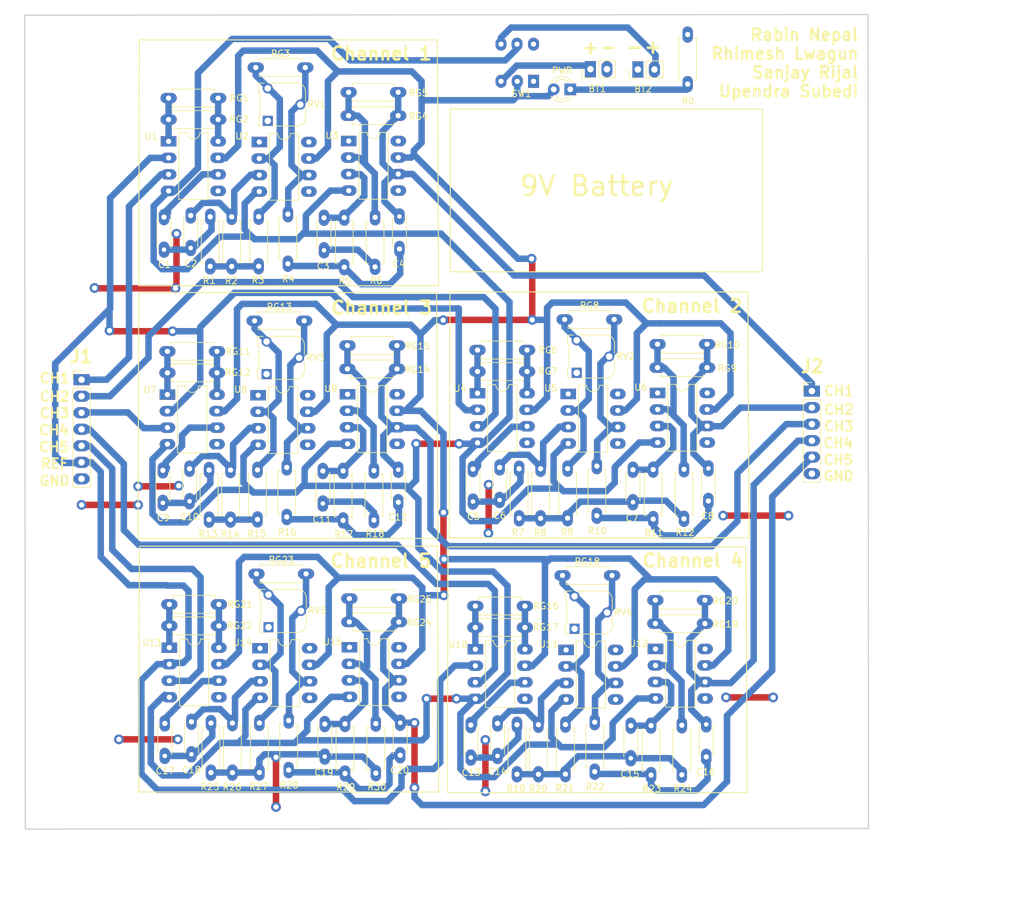
<source format=kicad_pcb>
(kicad_pcb (version 20171130) (host pcbnew 5.1.7-a382d34a8~87~ubuntu18.04.1)
  (layers (0 F.Cu signal) (31 B.Cu signal) (34 B.Paste user) (35 F.Paste user) (36 B.SilkS user) (37 F.SilkS user) (38 B.Mask user) (39 F.Mask user) (44 Edge.Cuts user))
  (net 0 "")
  (net 1 +9V)
  (net 2 BATT_GND)
  (net 3 -9V)
  (net 4 "Net-(C1-Pad1)")
  (net 5 "/Channel 1/SIG_1")
  (net 6 "/Channel 1/SIG_2")
  (net 7 "Net-(C3-Pad2)")
  (net 8 Channel_1_OUT)
  (net 9 "Net-(C4-Pad2)")
  (net 10 Channel_2_OUT)
  (net 11 Channel_3_OUT)
  (net 12 Channel_4_OUT)
  (net 13 Channel_5_OUT)
  (net 14 Channel_1_IN)
  (net 15 Channel_2_IN)
  (net 16 Channel_3_IN)
  (net 17 Channel_4_IN)
  (net 18 Channel_5_IN)
  (net 19 REFERENCE)
  (net 20 "Net-(R3-Pad1)")
  (net 21 "/Channel 1/SIG_3")
  (net 22 "Net-(R6-Pad2)")
  (net 23 "Net-(RG1-Pad2)")
  (net 24 "Net-(RG1-Pad1)")
  (net 25 "Net-(RV1-Pad1)")
  (net 26 "Net-(U2-Pad8)")
  (net 27 "Net-(U2-Pad5)")
  (net 28 "Net-(U2-Pad1)")
  (net 29 "Net-(U3-Pad8)")
  (net 30 "Net-(U3-Pad5)")
  (net 31 "Net-(U3-Pad1)")
  (net 32 "/Channel 2/SIG_1")
  (net 33 "Net-(C5-Pad1)")
  (net 34 "/Channel 2/SIG_2")
  (net 35 "Net-(C7-Pad2)")
  (net 36 "Net-(C8-Pad2)")
  (net 37 "Net-(C10-Pad1)")
  (net 38 "/Channel 3/SIG_1")
  (net 39 "/Channel 3/SIG_2")
  (net 40 "Net-(C11-Pad2)")
  (net 41 "Net-(C12-Pad2)")
  (net 42 "Net-(C13-Pad1)")
  (net 43 "/Channel 4/SIG_1")
  (net 44 "/Channel 4/SIG_2")
  (net 45 "Net-(C15-Pad2)")
  (net 46 "Net-(C16-Pad2)")
  (net 47 "Net-(C17-Pad1)")
  (net 48 "/Channel 5/SIG_1")
  (net 49 "/Channel 5/SIG_2")
  (net 50 "Net-(C19-Pad2)")
  (net 51 "Net-(C20-Pad2)")
  (net 52 "Net-(R9-Pad1)")
  (net 53 "/Channel 2/SIG_3")
  (net 54 "Net-(R12-Pad2)")
  (net 55 "Net-(R15-Pad1)")
  (net 56 "/Channel 3/SIG_3")
  (net 57 "Net-(R18-Pad2)")
  (net 58 "Net-(R21-Pad1)")
  (net 59 "/Channel 4/SIG_3")
  (net 60 "Net-(R24-Pad2)")
  (net 61 "Net-(R27-Pad1)")
  (net 62 "/Channel 5/SIG_3")
  (net 63 "Net-(R30-Pad2)")
  (net 64 "Net-(RG6-Pad2)")
  (net 65 "Net-(RG6-Pad1)")
  (net 66 "Net-(RG11-Pad1)")
  (net 67 "Net-(RG11-Pad2)")
  (net 68 "Net-(RG16-Pad1)")
  (net 69 "Net-(RG16-Pad2)")
  (net 70 "Net-(RG21-Pad1)")
  (net 71 "Net-(RG21-Pad2)")
  (net 72 "Net-(RV2-Pad1)")
  (net 73 "Net-(RV3-Pad1)")
  (net 74 "Net-(RV4-Pad1)")
  (net 75 "Net-(RV5-Pad1)")
  (net 76 "Net-(U5-Pad1)")
  (net 77 "Net-(U5-Pad5)")
  (net 78 "Net-(U5-Pad8)")
  (net 79 "Net-(U6-Pad1)")
  (net 80 "Net-(U6-Pad5)")
  (net 81 "Net-(U6-Pad8)")
  (net 82 "Net-(U8-Pad8)")
  (net 83 "Net-(U8-Pad5)")
  (net 84 "Net-(U8-Pad1)")
  (net 85 "Net-(U9-Pad8)")
  (net 86 "Net-(U9-Pad5)")
  (net 87 "Net-(U9-Pad1)")
  (net 88 "Net-(U11-Pad8)")
  (net 89 "Net-(U11-Pad5)")
  (net 90 "Net-(U11-Pad1)")
  (net 91 "Net-(U12-Pad8)")
  (net 92 "Net-(U12-Pad5)")
  (net 93 "Net-(U12-Pad1)")
  (net 94 "Net-(U14-Pad1)")
  (net 95 "Net-(U14-Pad5)")
  (net 96 "Net-(U14-Pad8)")
  (net 97 "Net-(U15-Pad8)")
  (net 98 "Net-(U15-Pad5)")
  (net 99 "Net-(U15-Pad1)")
  (net 100 "Net-(BT1-Pad1)")
  (net 101 "Net-(BT2-Pad2)")
  (net 102 "Net-(SW1-Pad4)")
  (net 103 "Net-(SW1-Pad1)")
  (net 104 "Net-(D1-Pad1)")
  (module Battery:Axial_Resistor_Longpads (layer F.Cu) (at 178.25 35.9 90)
    (fp_text reference R0 (at -2.6 0.05) (layer F.SilkS))
    (fp_text value 2.5K)
    (pad 2 thru_hole oval (at 7.62 0 90) (size 2.5 1.6) (drill 0.8) (layers *.Cu *.Mask) (net 2 BATT_GND))
    (pad 1 thru_hole oval (at 0 0 90) (size 2.5 1.6) (drill 0.8) (layers *.Cu *.Mask) (net 104 "Net-(D1-Pad1)"))
  )
  (module LED_THT:LED_D3.0mm (layer F.Cu) (at 160.2 36.7 180)
    (fp_text reference PWR (at 1.25 2.9) (layer F.SilkS))
    (fp_text value Red)
    (pad 2 thru_hole circle (at 2.54 0 180) (size 1.8 1.8) (drill 0.9) (layers *.Cu *.Mask) (net 1 +9V))
    (pad 1 thru_hole rect (at 0 0 180) (size 1.8 1.8) (drill 0.9) (layers *.Cu *.Mask) (net 104 "Net-(D1-Pad1)"))
  )
  (module Battery:Microswitch (layer F.Cu) (at 154.55 34.2 180)
    (fp_text reference SW1 (at 1.865 -3.175) (layer F.SilkS))
    (fp_text value Switch)
    (pad 6 thru_hole oval (at 5 4.445 180) (size 1.7 2) (drill 0.8) (layers *.Cu *.Mask) (net 101 "Net-(BT2-Pad2)"))
    (pad 5 thru_hole oval (at 2.54 4.445 180) (size 1.7 2) (drill 0.8) (layers *.Cu *.Mask) (net 3 -9V))
    (pad 4 thru_hole oval (at 0 4.445 180) (size 1.7 2) (drill 0.8) (layers *.Cu *.Mask) (net 102 "Net-(SW1-Pad4)"))
    (pad 3 thru_hole oval (at 5 -1.27 180) (size 1.7 2) (drill 0.8) (layers *.Cu *.Mask) (net 100 "Net-(BT1-Pad1)"))
    (pad 2 thru_hole oval (at 2.5 -1.27 180) (size 1.7 2) (drill 0.8) (layers *.Cu *.Mask) (net 1 +9V))
    (pad 1 thru_hole rect (at 0 -1.27 180) (size 1.7 2) (drill 0.8) (layers *.Cu *.Mask) (net 103 "Net-(SW1-Pad1)"))
  )
  (module Battery:Trim_Potentiometer (layer F.Cu) (at 113.8 119.4 90)
    (fp_text reference RV5 (at 2.55 7.5 180) (layer F.SilkS))
    (fp_text value 100k)
    (pad 2 thru_hole circle (at 2.5 5 90) (size 1.55 1.55) (drill 1) (layers *.Cu *.Mask) (net 62 "/Channel 5/SIG_3"))
    (pad 1 thru_hole rect (at 0 0 90) (size 1.55 1.55) (drill 1) (layers *.Cu *.Mask) (net 75 "Net-(RV5-Pad1)"))
    (pad 3 thru_hole circle (at 5 0 90) (size 1.55 1.55) (drill 1) (layers *.Cu *.Mask) (net 61 "Net-(R27-Pad1)"))
  )
  (module Battery:Trim_Potentiometer (layer F.Cu) (at 160.855001 119.65 90)
    (fp_text reference RV4 (at 2.55 7.5 180) (layer F.SilkS))
    (fp_text value 100k)
    (pad 2 thru_hole circle (at 2.5 5 90) (size 1.55 1.55) (drill 1) (layers *.Cu *.Mask) (net 59 "/Channel 4/SIG_3"))
    (pad 1 thru_hole rect (at 0 0 90) (size 1.55 1.55) (drill 1) (layers *.Cu *.Mask) (net 74 "Net-(RV4-Pad1)"))
    (pad 3 thru_hole circle (at 5 0 90) (size 1.55 1.55) (drill 1) (layers *.Cu *.Mask) (net 58 "Net-(R21-Pad1)"))
  )
  (module Battery:Trim_Potentiometer (layer F.Cu) (at 113.505001 80.49 90)
    (fp_text reference RV3 (at 2.55 7.5 180) (layer F.SilkS))
    (fp_text value 100k)
    (pad 2 thru_hole circle (at 2.5 5 90) (size 1.55 1.55) (drill 1) (layers *.Cu *.Mask) (net 56 "/Channel 3/SIG_3"))
    (pad 1 thru_hole rect (at 0 0 90) (size 1.55 1.55) (drill 1) (layers *.Cu *.Mask) (net 73 "Net-(RV3-Pad1)"))
    (pad 3 thru_hole circle (at 5 0 90) (size 1.55 1.55) (drill 1) (layers *.Cu *.Mask) (net 55 "Net-(R15-Pad1)"))
  )
  (module Battery:Trim_Potentiometer (layer F.Cu) (at 161.185001 80.29 90)
    (fp_text reference RV2 (at 2.55 7.5 180) (layer F.SilkS))
    (fp_text value 100k)
    (pad 2 thru_hole circle (at 2.5 5 90) (size 1.55 1.55) (drill 1) (layers *.Cu *.Mask) (net 53 "/Channel 2/SIG_3"))
    (pad 1 thru_hole rect (at 0 0 90) (size 1.55 1.55) (drill 1) (layers *.Cu *.Mask) (net 72 "Net-(RV2-Pad1)"))
    (pad 3 thru_hole circle (at 5 0 90) (size 1.55 1.55) (drill 1) (layers *.Cu *.Mask) (net 52 "Net-(R9-Pad1)"))
  )
  (module Battery:Trim_Potentiometer (layer F.Cu) (at 113.685001 41.55 90)
    (fp_text reference RV1 (at 2.55 7.5 180) (layer F.SilkS))
    (fp_text value 100k)
    (pad 2 thru_hole circle (at 2.5 5 90) (size 1.55 1.55) (drill 1) (layers *.Cu *.Mask) (net 21 "/Channel 1/SIG_3"))
    (pad 1 thru_hole rect (at 0 0 90) (size 1.55 1.55) (drill 1) (layers *.Cu *.Mask) (net 25 "Net-(RV1-Pad1)"))
    (pad 3 thru_hole circle (at 5 0 90) (size 1.55 1.55) (drill 1) (layers *.Cu *.Mask) (net 20 "Net-(R3-Pad1)"))
  )
  (module Battery:Disc_Capacitor_Longpads (layer F.Cu) (at 149.005001 139.2 90)
    (fp_text reference C14 (at -2.4 0.014999 180) (layer F.SilkS))
    (fp_text value 0.1uF)
    (pad 2 thru_hole oval (at 5 0 90) (size 2.5 1.6) (drill 0.8) (layers *.Cu *.Mask) (net 44 "/Channel 4/SIG_2"))
    (pad 1 thru_hole oval (at 0 0 90) (size 2.5 1.6) (drill 0.7) (layers *.Cu *.Mask) (net 42 "Net-(C13-Pad1)"))
  )
  (module Battery:Disc_Capacitor_Longpads (layer F.Cu) (at 169.505001 139.55 90)
    (fp_text reference C15 (at -2.45 -0.135001 180) (layer F.SilkS))
    (fp_text value 0.1uF)
    (pad 2 thru_hole oval (at 5 0 90) (size 2.5 1.6) (drill 0.8) (layers *.Cu *.Mask) (net 45 "Net-(C15-Pad2)"))
    (pad 1 thru_hole oval (at 0 0 90) (size 2.5 1.6) (drill 0.7) (layers *.Cu *.Mask) (net 2 BATT_GND))
  )
  (module Connector_PinHeader_2.54mm:PinHeader_1x07_P2.54mm_Vertical (layer F.Cu) (at 85.05 81.35)
    (fp_text reference J1 (at -0.05 -3.6) (layer F.SilkS) (effects (font (size 2 2) (thickness 0.4))))
    (fp_text value "Input Terminal")
    (pad 7 thru_hole oval (at 0 15.24) (size 2.5 1.7) (drill 1) (layers *.Cu *.Mask) (net 2 BATT_GND))
    (pad 6 thru_hole oval (at 0 12.7) (size 2.5 1.7) (drill 1) (layers *.Cu *.Mask) (net 19 REFERENCE))
    (pad 5 thru_hole oval (at 0 10.16) (size 2.5 1.7) (drill 1) (layers *.Cu *.Mask) (net 18 Channel_5_IN))
    (pad 4 thru_hole oval (at 0 7.62) (size 2.5 1.7) (drill 1) (layers *.Cu *.Mask) (net 17 Channel_4_IN))
    (pad 3 thru_hole oval (at 0 5.08) (size 2.5 1.7) (drill 1) (layers *.Cu *.Mask) (net 16 Channel_3_IN))
    (pad 2 thru_hole oval (at 0 2.54) (size 2.5 1.7) (drill 1) (layers *.Cu *.Mask) (net 15 Channel_2_IN))
    (pad 1 thru_hole rect (at 0 0) (size 2.5 1.7) (drill 1) (layers *.Cu *.Mask) (net 14 Channel_1_IN))
  )
  (module Package_DIP:DIP-8_W7.62mm_LongPads (layer F.Cu) (at 126.25 122.5)
    (fp_text reference U15 (at -2.585001 -0.85) (layer F.SilkS))
    (fp_text value OP37G)
    (pad 8 thru_hole oval (at 7.62 0) (size 2.4 1.6) (drill 0.8) (layers *.Cu *.Mask) (net 97 "Net-(U15-Pad8)"))
    (pad 4 thru_hole oval (at 0 7.62) (size 2.4 1.6) (drill 0.8) (layers *.Cu *.Mask) (net 3 -9V))
    (pad 7 thru_hole oval (at 7.62 2.54) (size 2.4 1.6) (drill 0.8) (layers *.Cu *.Mask) (net 1 +9V))
    (pad 3 thru_hole oval (at 0 5.08) (size 2.4 1.6) (drill 0.8) (layers *.Cu *.Mask) (net 50 "Net-(C19-Pad2)"))
    (pad 6 thru_hole oval (at 7.62 5.08) (size 2.4 1.6) (drill 0.8) (layers *.Cu *.Mask) (net 13 Channel_5_OUT))
    (pad 2 thru_hole oval (at 0 2.54) (size 2.4 1.6) (drill 0.8) (layers *.Cu *.Mask) (net 63 "Net-(R30-Pad2)"))
    (pad 5 thru_hole oval (at 7.62 7.62) (size 2.4 1.6) (drill 0.8) (layers *.Cu *.Mask) (net 98 "Net-(U15-Pad5)"))
    (pad 1 thru_hole rect (at 0 0) (size 2.4 1.6) (drill 0.8) (layers *.Cu *.Mask) (net 99 "Net-(U15-Pad1)"))
  )
  (module Package_DIP:DIP-8_W7.62mm_LongPads (layer F.Cu) (at 112.5 122.65)
    (fp_text reference U14 (at -2.685001 -0.9) (layer F.SilkS))
    (fp_text value OP37G)
    (pad 8 thru_hole oval (at 7.62 0) (size 2.4 1.6) (drill 0.8) (layers *.Cu *.Mask) (net 96 "Net-(U14-Pad8)"))
    (pad 4 thru_hole oval (at 0 7.62) (size 2.4 1.6) (drill 0.8) (layers *.Cu *.Mask) (net 3 -9V))
    (pad 7 thru_hole oval (at 7.62 2.54) (size 2.4 1.6) (drill 0.8) (layers *.Cu *.Mask) (net 1 +9V))
    (pad 3 thru_hole oval (at 0 5.08) (size 2.4 1.6) (drill 0.8) (layers *.Cu *.Mask) (net 49 "/Channel 5/SIG_2"))
    (pad 6 thru_hole oval (at 7.62 5.08) (size 2.4 1.6) (drill 0.8) (layers *.Cu *.Mask) (net 62 "/Channel 5/SIG_3"))
    (pad 2 thru_hole oval (at 0 2.54) (size 2.4 1.6) (drill 0.8) (layers *.Cu *.Mask) (net 61 "Net-(R27-Pad1)"))
    (pad 5 thru_hole oval (at 7.62 7.62) (size 2.4 1.6) (drill 0.8) (layers *.Cu *.Mask) (net 95 "Net-(U14-Pad5)"))
    (pad 1 thru_hole rect (at 0 0) (size 2.4 1.6) (drill 0.8) (layers *.Cu *.Mask) (net 94 "Net-(U14-Pad1)"))
  )
  (module Package_DIP:DIP-8_W7.62mm_LongPads (layer F.Cu) (at 98.55 122.55)
    (fp_text reference U13 (at -2.685001 -0.75) (layer F.SilkS))
    (fp_text value AD620)
    (pad 8 thru_hole oval (at 7.62 0) (size 2.4 1.6) (drill 0.8) (layers *.Cu *.Mask) (net 71 "Net-(RG21-Pad2)"))
    (pad 4 thru_hole oval (at 0 7.62) (size 2.4 1.6) (drill 0.8) (layers *.Cu *.Mask) (net 3 -9V))
    (pad 7 thru_hole oval (at 7.62 2.54) (size 2.4 1.6) (drill 0.8) (layers *.Cu *.Mask) (net 1 +9V))
    (pad 3 thru_hole oval (at 0 5.08) (size 2.4 1.6) (drill 0.8) (layers *.Cu *.Mask) (net 18 Channel_5_IN))
    (pad 6 thru_hole oval (at 7.62 5.08) (size 2.4 1.6) (drill 0.8) (layers *.Cu *.Mask) (net 48 "/Channel 5/SIG_1"))
    (pad 2 thru_hole oval (at 0 2.54) (size 2.4 1.6) (drill 0.8) (layers *.Cu *.Mask) (net 19 REFERENCE))
    (pad 5 thru_hole oval (at 7.62 7.62) (size 2.4 1.6) (drill 0.8) (layers *.Cu *.Mask) (net 2 BATT_GND))
    (pad 1 thru_hole rect (at 0 0) (size 2.4 1.6) (drill 0.8) (layers *.Cu *.Mask) (net 70 "Net-(RG21-Pad1)"))
  )
  (module Package_DIP:DIP-8_W7.62mm_LongPads (layer F.Cu) (at 173.305001 122.75)
    (fp_text reference U12 (at -2.585001 -0.85) (layer F.SilkS))
    (fp_text value OP37G)
    (pad 8 thru_hole oval (at 7.62 0) (size 2.4 1.6) (drill 0.8) (layers *.Cu *.Mask) (net 91 "Net-(U12-Pad8)"))
    (pad 4 thru_hole oval (at 0 7.62) (size 2.4 1.6) (drill 0.8) (layers *.Cu *.Mask) (net 3 -9V))
    (pad 7 thru_hole oval (at 7.62 2.54) (size 2.4 1.6) (drill 0.8) (layers *.Cu *.Mask) (net 1 +9V))
    (pad 3 thru_hole oval (at 0 5.08) (size 2.4 1.6) (drill 0.8) (layers *.Cu *.Mask) (net 45 "Net-(C15-Pad2)"))
    (pad 6 thru_hole oval (at 7.62 5.08) (size 2.4 1.6) (drill 0.8) (layers *.Cu *.Mask) (net 12 Channel_4_OUT))
    (pad 2 thru_hole oval (at 0 2.54) (size 2.4 1.6) (drill 0.8) (layers *.Cu *.Mask) (net 60 "Net-(R24-Pad2)"))
    (pad 5 thru_hole oval (at 7.62 7.62) (size 2.4 1.6) (drill 0.8) (layers *.Cu *.Mask) (net 92 "Net-(U12-Pad5)"))
    (pad 1 thru_hole rect (at 0 0) (size 2.4 1.6) (drill 0.8) (layers *.Cu *.Mask) (net 93 "Net-(U12-Pad1)"))
  )
  (module Package_DIP:DIP-8_W7.62mm_LongPads (layer F.Cu) (at 159.555001 122.9)
    (fp_text reference U11 (at -2.685001 -0.9) (layer F.SilkS))
    (fp_text value OP37G)
    (pad 8 thru_hole oval (at 7.62 0) (size 2.4 1.6) (drill 0.8) (layers *.Cu *.Mask) (net 88 "Net-(U11-Pad8)"))
    (pad 4 thru_hole oval (at 0 7.62) (size 2.4 1.6) (drill 0.8) (layers *.Cu *.Mask) (net 3 -9V))
    (pad 7 thru_hole oval (at 7.62 2.54) (size 2.4 1.6) (drill 0.8) (layers *.Cu *.Mask) (net 1 +9V))
    (pad 3 thru_hole oval (at 0 5.08) (size 2.4 1.6) (drill 0.8) (layers *.Cu *.Mask) (net 44 "/Channel 4/SIG_2"))
    (pad 6 thru_hole oval (at 7.62 5.08) (size 2.4 1.6) (drill 0.8) (layers *.Cu *.Mask) (net 59 "/Channel 4/SIG_3"))
    (pad 2 thru_hole oval (at 0 2.54) (size 2.4 1.6) (drill 0.8) (layers *.Cu *.Mask) (net 58 "Net-(R21-Pad1)"))
    (pad 5 thru_hole oval (at 7.62 7.62) (size 2.4 1.6) (drill 0.8) (layers *.Cu *.Mask) (net 89 "Net-(U11-Pad5)"))
    (pad 1 thru_hole rect (at 0 0) (size 2.4 1.6) (drill 0.8) (layers *.Cu *.Mask) (net 90 "Net-(U11-Pad1)"))
  )
  (module Package_DIP:DIP-8_W7.62mm_LongPads (layer F.Cu) (at 145.605001 122.8)
    (fp_text reference U10 (at -2.685001 -0.75) (layer F.SilkS))
    (fp_text value AD620)
    (pad 8 thru_hole oval (at 7.62 0) (size 2.4 1.6) (drill 0.8) (layers *.Cu *.Mask) (net 69 "Net-(RG16-Pad2)"))
    (pad 4 thru_hole oval (at 0 7.62) (size 2.4 1.6) (drill 0.8) (layers *.Cu *.Mask) (net 3 -9V))
    (pad 7 thru_hole oval (at 7.62 2.54) (size 2.4 1.6) (drill 0.8) (layers *.Cu *.Mask) (net 1 +9V))
    (pad 3 thru_hole oval (at 0 5.08) (size 2.4 1.6) (drill 0.8) (layers *.Cu *.Mask) (net 17 Channel_4_IN))
    (pad 6 thru_hole oval (at 7.62 5.08) (size 2.4 1.6) (drill 0.8) (layers *.Cu *.Mask) (net 43 "/Channel 4/SIG_1"))
    (pad 2 thru_hole oval (at 0 2.54) (size 2.4 1.6) (drill 0.8) (layers *.Cu *.Mask) (net 19 REFERENCE))
    (pad 5 thru_hole oval (at 7.62 7.62) (size 2.4 1.6) (drill 0.8) (layers *.Cu *.Mask) (net 2 BATT_GND))
    (pad 1 thru_hole rect (at 0 0) (size 2.4 1.6) (drill 0.8) (layers *.Cu *.Mask) (net 68 "Net-(RG16-Pad1)"))
  )
  (module Package_DIP:DIP-8_W7.62mm_LongPads (layer F.Cu) (at 125.955001 83.59)
    (fp_text reference U9 (at -2.585001 -0.85) (layer F.SilkS))
    (fp_text value OP37G)
    (pad 8 thru_hole oval (at 7.62 0) (size 2.4 1.6) (drill 0.8) (layers *.Cu *.Mask) (net 85 "Net-(U9-Pad8)"))
    (pad 4 thru_hole oval (at 0 7.62) (size 2.4 1.6) (drill 0.8) (layers *.Cu *.Mask) (net 3 -9V))
    (pad 7 thru_hole oval (at 7.62 2.54) (size 2.4 1.6) (drill 0.8) (layers *.Cu *.Mask) (net 1 +9V))
    (pad 3 thru_hole oval (at 0 5.08) (size 2.4 1.6) (drill 0.8) (layers *.Cu *.Mask) (net 40 "Net-(C11-Pad2)"))
    (pad 6 thru_hole oval (at 7.62 5.08) (size 2.4 1.6) (drill 0.8) (layers *.Cu *.Mask) (net 11 Channel_3_OUT))
    (pad 2 thru_hole oval (at 0 2.54) (size 2.4 1.6) (drill 0.8) (layers *.Cu *.Mask) (net 57 "Net-(R18-Pad2)"))
    (pad 5 thru_hole oval (at 7.62 7.62) (size 2.4 1.6) (drill 0.8) (layers *.Cu *.Mask) (net 86 "Net-(U9-Pad5)"))
    (pad 1 thru_hole rect (at 0 0) (size 2.4 1.6) (drill 0.8) (layers *.Cu *.Mask) (net 87 "Net-(U9-Pad1)"))
  )
  (module Package_DIP:DIP-8_W7.62mm_LongPads (layer F.Cu) (at 112.205001 83.74)
    (fp_text reference U8 (at -2.685001 -0.9) (layer F.SilkS))
    (fp_text value OP37G)
    (pad 8 thru_hole oval (at 7.62 0) (size 2.4 1.6) (drill 0.8) (layers *.Cu *.Mask) (net 82 "Net-(U8-Pad8)"))
    (pad 4 thru_hole oval (at 0 7.62) (size 2.4 1.6) (drill 0.8) (layers *.Cu *.Mask) (net 3 -9V))
    (pad 7 thru_hole oval (at 7.62 2.54) (size 2.4 1.6) (drill 0.8) (layers *.Cu *.Mask) (net 1 +9V))
    (pad 3 thru_hole oval (at 0 5.08) (size 2.4 1.6) (drill 0.8) (layers *.Cu *.Mask) (net 39 "/Channel 3/SIG_2"))
    (pad 6 thru_hole oval (at 7.62 5.08) (size 2.4 1.6) (drill 0.8) (layers *.Cu *.Mask) (net 56 "/Channel 3/SIG_3"))
    (pad 2 thru_hole oval (at 0 2.54) (size 2.4 1.6) (drill 0.8) (layers *.Cu *.Mask) (net 55 "Net-(R15-Pad1)"))
    (pad 5 thru_hole oval (at 7.62 7.62) (size 2.4 1.6) (drill 0.8) (layers *.Cu *.Mask) (net 83 "Net-(U8-Pad5)"))
    (pad 1 thru_hole rect (at 0 0) (size 2.4 1.6) (drill 0.8) (layers *.Cu *.Mask) (net 84 "Net-(U8-Pad1)"))
  )
  (module Package_DIP:DIP-8_W7.62mm_LongPads (layer F.Cu) (at 98.255001 83.64)
    (fp_text reference U7 (at -2.685001 -0.75) (layer F.SilkS))
    (fp_text value AD620)
    (pad 8 thru_hole oval (at 7.62 0) (size 2.4 1.6) (drill 0.8) (layers *.Cu *.Mask) (net 67 "Net-(RG11-Pad2)"))
    (pad 4 thru_hole oval (at 0 7.62) (size 2.4 1.6) (drill 0.8) (layers *.Cu *.Mask) (net 3 -9V))
    (pad 7 thru_hole oval (at 7.62 2.54) (size 2.4 1.6) (drill 0.8) (layers *.Cu *.Mask) (net 1 +9V))
    (pad 3 thru_hole oval (at 0 5.08) (size 2.4 1.6) (drill 0.8) (layers *.Cu *.Mask) (net 16 Channel_3_IN))
    (pad 6 thru_hole oval (at 7.62 5.08) (size 2.4 1.6) (drill 0.8) (layers *.Cu *.Mask) (net 38 "/Channel 3/SIG_1"))
    (pad 2 thru_hole oval (at 0 2.54) (size 2.4 1.6) (drill 0.8) (layers *.Cu *.Mask) (net 19 REFERENCE))
    (pad 5 thru_hole oval (at 7.62 7.62) (size 2.4 1.6) (drill 0.8) (layers *.Cu *.Mask) (net 2 BATT_GND))
    (pad 1 thru_hole rect (at 0 0) (size 2.4 1.6) (drill 0.8) (layers *.Cu *.Mask) (net 66 "Net-(RG11-Pad1)"))
  )
  (module Package_DIP:DIP-8_W7.62mm_LongPads (layer F.Cu) (at 173.635001 83.39)
    (fp_text reference U6 (at -2.585001 -0.85) (layer F.SilkS))
    (fp_text value OP37G)
    (pad 8 thru_hole oval (at 7.62 0) (size 2.4 1.6) (drill 0.8) (layers *.Cu *.Mask) (net 81 "Net-(U6-Pad8)"))
    (pad 4 thru_hole oval (at 0 7.62) (size 2.4 1.6) (drill 0.8) (layers *.Cu *.Mask) (net 3 -9V))
    (pad 7 thru_hole oval (at 7.62 2.54) (size 2.4 1.6) (drill 0.8) (layers *.Cu *.Mask) (net 1 +9V))
    (pad 3 thru_hole oval (at 0 5.08) (size 2.4 1.6) (drill 0.8) (layers *.Cu *.Mask) (net 35 "Net-(C7-Pad2)"))
    (pad 6 thru_hole oval (at 7.62 5.08) (size 2.4 1.6) (drill 0.8) (layers *.Cu *.Mask) (net 10 Channel_2_OUT))
    (pad 2 thru_hole oval (at 0 2.54) (size 2.4 1.6) (drill 0.8) (layers *.Cu *.Mask) (net 54 "Net-(R12-Pad2)"))
    (pad 5 thru_hole oval (at 7.62 7.62) (size 2.4 1.6) (drill 0.8) (layers *.Cu *.Mask) (net 80 "Net-(U6-Pad5)"))
    (pad 1 thru_hole rect (at 0 0) (size 2.4 1.6) (drill 0.8) (layers *.Cu *.Mask) (net 79 "Net-(U6-Pad1)"))
  )
  (module Package_DIP:DIP-8_W7.62mm_LongPads (layer F.Cu) (at 159.885001 83.54)
    (fp_text reference U5 (at -2.685001 -0.9) (layer F.SilkS))
    (fp_text value OP37G)
    (pad 8 thru_hole oval (at 7.62 0) (size 2.4 1.6) (drill 0.8) (layers *.Cu *.Mask) (net 78 "Net-(U5-Pad8)"))
    (pad 4 thru_hole oval (at 0 7.62) (size 2.4 1.6) (drill 0.8) (layers *.Cu *.Mask) (net 3 -9V))
    (pad 7 thru_hole oval (at 7.62 2.54) (size 2.4 1.6) (drill 0.8) (layers *.Cu *.Mask) (net 1 +9V))
    (pad 3 thru_hole oval (at 0 5.08) (size 2.4 1.6) (drill 0.8) (layers *.Cu *.Mask) (net 34 "/Channel 2/SIG_2"))
    (pad 6 thru_hole oval (at 7.62 5.08) (size 2.4 1.6) (drill 0.8) (layers *.Cu *.Mask) (net 53 "/Channel 2/SIG_3"))
    (pad 2 thru_hole oval (at 0 2.54) (size 2.4 1.6) (drill 0.8) (layers *.Cu *.Mask) (net 52 "Net-(R9-Pad1)"))
    (pad 5 thru_hole oval (at 7.62 7.62) (size 2.4 1.6) (drill 0.8) (layers *.Cu *.Mask) (net 77 "Net-(U5-Pad5)"))
    (pad 1 thru_hole rect (at 0 0) (size 2.4 1.6) (drill 0.8) (layers *.Cu *.Mask) (net 76 "Net-(U5-Pad1)"))
  )
  (module Package_DIP:DIP-8_W7.62mm_LongPads (layer F.Cu) (at 145.935001 83.44)
    (fp_text reference U4 (at -2.685001 -0.75) (layer F.SilkS))
    (fp_text value AD620)
    (pad 8 thru_hole oval (at 7.62 0) (size 2.4 1.6) (drill 0.8) (layers *.Cu *.Mask) (net 64 "Net-(RG6-Pad2)"))
    (pad 4 thru_hole oval (at 0 7.62) (size 2.4 1.6) (drill 0.8) (layers *.Cu *.Mask) (net 3 -9V))
    (pad 7 thru_hole oval (at 7.62 2.54) (size 2.4 1.6) (drill 0.8) (layers *.Cu *.Mask) (net 1 +9V))
    (pad 3 thru_hole oval (at 0 5.08) (size 2.4 1.6) (drill 0.8) (layers *.Cu *.Mask) (net 15 Channel_2_IN))
    (pad 6 thru_hole oval (at 7.62 5.08) (size 2.4 1.6) (drill 0.8) (layers *.Cu *.Mask) (net 32 "/Channel 2/SIG_1"))
    (pad 2 thru_hole oval (at 0 2.54) (size 2.4 1.6) (drill 0.8) (layers *.Cu *.Mask) (net 19 REFERENCE))
    (pad 5 thru_hole oval (at 7.62 7.62) (size 2.4 1.6) (drill 0.8) (layers *.Cu *.Mask) (net 2 BATT_GND))
    (pad 1 thru_hole rect (at 0 0) (size 2.4 1.6) (drill 0.8) (layers *.Cu *.Mask) (net 65 "Net-(RG6-Pad1)"))
  )
  (module Package_DIP:DIP-8_W7.62mm_LongPads (layer F.Cu) (at 126.135001 44.65)
    (fp_text reference U3 (at -2.585001 -0.85) (layer F.SilkS))
    (fp_text value OP37G)
    (pad 8 thru_hole oval (at 7.62 0) (size 2.4 1.6) (drill 0.8) (layers *.Cu *.Mask) (net 29 "Net-(U3-Pad8)"))
    (pad 4 thru_hole oval (at 0 7.62) (size 2.4 1.6) (drill 0.8) (layers *.Cu *.Mask) (net 3 -9V))
    (pad 7 thru_hole oval (at 7.62 2.54) (size 2.4 1.6) (drill 0.8) (layers *.Cu *.Mask) (net 1 +9V))
    (pad 3 thru_hole oval (at 0 5.08) (size 2.4 1.6) (drill 0.8) (layers *.Cu *.Mask) (net 7 "Net-(C3-Pad2)"))
    (pad 6 thru_hole oval (at 7.62 5.08) (size 2.4 1.6) (drill 0.8) (layers *.Cu *.Mask) (net 8 Channel_1_OUT))
    (pad 2 thru_hole oval (at 0 2.54) (size 2.4 1.6) (drill 0.8) (layers *.Cu *.Mask) (net 22 "Net-(R6-Pad2)"))
    (pad 5 thru_hole oval (at 7.62 7.62) (size 2.4 1.6) (drill 0.8) (layers *.Cu *.Mask) (net 30 "Net-(U3-Pad5)"))
    (pad 1 thru_hole rect (at 0 0) (size 2.4 1.6) (drill 0.8) (layers *.Cu *.Mask) (net 31 "Net-(U3-Pad1)"))
  )
  (module Package_DIP:DIP-8_W7.62mm_LongPads (layer F.Cu) (at 112.385001 44.8)
    (fp_text reference U2 (at -2.685001 -0.9) (layer F.SilkS))
    (fp_text value OP37G)
    (pad 8 thru_hole oval (at 7.62 0) (size 2.4 1.6) (drill 0.8) (layers *.Cu *.Mask) (net 26 "Net-(U2-Pad8)"))
    (pad 4 thru_hole oval (at 0 7.62) (size 2.4 1.6) (drill 0.8) (layers *.Cu *.Mask) (net 3 -9V))
    (pad 7 thru_hole oval (at 7.62 2.54) (size 2.4 1.6) (drill 0.8) (layers *.Cu *.Mask) (net 1 +9V))
    (pad 3 thru_hole oval (at 0 5.08) (size 2.4 1.6) (drill 0.8) (layers *.Cu *.Mask) (net 6 "/Channel 1/SIG_2"))
    (pad 6 thru_hole oval (at 7.62 5.08) (size 2.4 1.6) (drill 0.8) (layers *.Cu *.Mask) (net 21 "/Channel 1/SIG_3"))
    (pad 2 thru_hole oval (at 0 2.54) (size 2.4 1.6) (drill 0.8) (layers *.Cu *.Mask) (net 20 "Net-(R3-Pad1)"))
    (pad 5 thru_hole oval (at 7.62 7.62) (size 2.4 1.6) (drill 0.8) (layers *.Cu *.Mask) (net 27 "Net-(U2-Pad5)"))
    (pad 1 thru_hole rect (at 0 0) (size 2.4 1.6) (drill 0.8) (layers *.Cu *.Mask) (net 28 "Net-(U2-Pad1)"))
  )
  (module Package_DIP:DIP-8_W7.62mm_LongPads (layer F.Cu) (at 98.435001 44.7)
    (fp_text reference U1 (at -2.685001 -0.75) (layer F.SilkS))
    (fp_text value AD620)
    (pad 8 thru_hole oval (at 7.62 0) (size 2.4 1.6) (drill 0.8) (layers *.Cu *.Mask) (net 23 "Net-(RG1-Pad2)"))
    (pad 4 thru_hole oval (at 0 7.62) (size 2.4 1.6) (drill 0.8) (layers *.Cu *.Mask) (net 3 -9V))
    (pad 7 thru_hole oval (at 7.62 2.54) (size 2.4 1.6) (drill 0.8) (layers *.Cu *.Mask) (net 1 +9V))
    (pad 3 thru_hole oval (at 0 5.08) (size 2.4 1.6) (drill 0.8) (layers *.Cu *.Mask) (net 14 Channel_1_IN))
    (pad 6 thru_hole oval (at 7.62 5.08) (size 2.4 1.6) (drill 0.8) (layers *.Cu *.Mask) (net 5 "/Channel 1/SIG_1"))
    (pad 2 thru_hole oval (at 0 2.54) (size 2.4 1.6) (drill 0.8) (layers *.Cu *.Mask) (net 19 REFERENCE))
    (pad 5 thru_hole oval (at 7.62 7.62) (size 2.4 1.6) (drill 0.8) (layers *.Cu *.Mask) (net 2 BATT_GND))
    (pad 1 thru_hole rect (at 0 0) (size 2.4 1.6) (drill 0.8) (layers *.Cu *.Mask) (net 24 "Net-(RG1-Pad1)"))
  )
  (module Battery:Axial_Resistor_Longpads (layer F.Cu) (at 133.85 115 180)
    (fp_text reference RG25 (at -3.114999 -0.1) (layer F.SilkS))
    (fp_text value 10k)
    (pad 2 thru_hole oval (at 7.62 0 180) (size 2.5 1.6) (drill 0.8) (layers *.Cu *.Mask) (net 63 "Net-(R30-Pad2)"))
    (pad 1 thru_hole oval (at 0 0 180) (size 2.5 1.6) (drill 0.8) (layers *.Cu *.Mask) (net 13 Channel_5_OUT))
  )
  (module Battery:Axial_Resistor_Longpads (layer F.Cu) (at 119.57 111.2 180)
    (fp_text reference RG23 (at 3.81 2.15) (layer F.SilkS))
    (fp_text value 10K)
    (pad 2 thru_hole oval (at 7.62 0 180) (size 2.5 1.6) (drill 0.8) (layers *.Cu *.Mask) (net 61 "Net-(R27-Pad1)"))
    (pad 1 thru_hole oval (at 0 0 180) (size 2.5 1.6) (drill 0.8) (layers *.Cu *.Mask) (net 62 "/Channel 5/SIG_3"))
  )
  (module Battery:Axial_Resistor_Longpads (layer F.Cu) (at 180.905001 115.25 180)
    (fp_text reference RG20 (at -3.114999 -0.1) (layer F.SilkS))
    (fp_text value 10k)
    (pad 2 thru_hole oval (at 7.62 0 180) (size 2.5 1.6) (drill 0.8) (layers *.Cu *.Mask) (net 60 "Net-(R24-Pad2)"))
    (pad 1 thru_hole oval (at 0 0 180) (size 2.5 1.6) (drill 0.8) (layers *.Cu *.Mask) (net 12 Channel_4_OUT))
  )
  (module Battery:Axial_Resistor_Longpads (layer F.Cu) (at 180.905001 118.85 180)
    (fp_text reference RG19 (at -3.114999 -0.1) (layer F.SilkS))
    (fp_text value 5K)
    (pad 2 thru_hole oval (at 7.62 0 180) (size 2.5 1.6) (drill 0.8) (layers *.Cu *.Mask) (net 60 "Net-(R24-Pad2)"))
    (pad 1 thru_hole oval (at 0 0 180) (size 2.5 1.6) (drill 0.8) (layers *.Cu *.Mask) (net 12 Channel_4_OUT))
  )
  (module Battery:Axial_Resistor_Longpads (layer F.Cu) (at 166.625001 111.45 180)
    (fp_text reference RG18 (at 3.81 2.15) (layer F.SilkS))
    (fp_text value 10K)
    (pad 2 thru_hole oval (at 7.62 0 180) (size 2.5 1.6) (drill 0.8) (layers *.Cu *.Mask) (net 58 "Net-(R21-Pad1)"))
    (pad 1 thru_hole oval (at 0 0 180) (size 2.5 1.6) (drill 0.8) (layers *.Cu *.Mask) (net 59 "/Channel 4/SIG_3"))
  )
  (module Battery:Axial_Resistor_Longpads (layer F.Cu) (at 145.605001 119.45)
    (fp_text reference RG17 (at 10.814999 -0.05) (layer F.SilkS))
    (fp_text value 100)
    (pad 2 thru_hole oval (at 7.62 0) (size 2.5 1.6) (drill 0.8) (layers *.Cu *.Mask) (net 69 "Net-(RG16-Pad2)"))
    (pad 1 thru_hole oval (at 0 0) (size 2.5 1.6) (drill 0.8) (layers *.Cu *.Mask) (net 68 "Net-(RG16-Pad1)"))
  )
  (module Battery:Axial_Resistor_Longpads (layer F.Cu) (at 145.605001 116.15)
    (fp_text reference RG16 (at 10.864999 0) (layer F.SilkS))
    (fp_text value 100)
    (pad 2 thru_hole oval (at 7.62 0) (size 2.5 1.6) (drill 0.8) (layers *.Cu *.Mask) (net 69 "Net-(RG16-Pad2)"))
    (pad 1 thru_hole oval (at 0 0) (size 2.5 1.6) (drill 0.8) (layers *.Cu *.Mask) (net 68 "Net-(RG16-Pad1)"))
  )
  (module Battery:Axial_Resistor_Longpads (layer F.Cu) (at 133.555001 76.09 180)
    (fp_text reference RG15 (at -3.114999 -0.1) (layer F.SilkS))
    (fp_text value 10k)
    (pad 2 thru_hole oval (at 7.62 0 180) (size 2.5 1.6) (drill 0.8) (layers *.Cu *.Mask) (net 57 "Net-(R18-Pad2)"))
    (pad 1 thru_hole oval (at 0 0 180) (size 2.5 1.6) (drill 0.8) (layers *.Cu *.Mask) (net 11 Channel_3_OUT))
  )
  (module Battery:Axial_Resistor_Longpads (layer F.Cu) (at 133.555001 79.69 180)
    (fp_text reference RG14 (at -3.114999 -0.1) (layer F.SilkS))
    (fp_text value 5K)
    (pad 2 thru_hole oval (at 7.62 0 180) (size 2.5 1.6) (drill 0.8) (layers *.Cu *.Mask) (net 57 "Net-(R18-Pad2)"))
    (pad 1 thru_hole oval (at 0 0 180) (size 2.5 1.6) (drill 0.8) (layers *.Cu *.Mask) (net 11 Channel_3_OUT))
  )
  (module Battery:Axial_Resistor_Longpads (layer F.Cu) (at 119.275001 72.29 180)
    (fp_text reference RG13 (at 3.81 2.15) (layer F.SilkS))
    (fp_text value 10K)
    (pad 2 thru_hole oval (at 7.62 0 180) (size 2.5 1.6) (drill 0.8) (layers *.Cu *.Mask) (net 55 "Net-(R15-Pad1)"))
    (pad 1 thru_hole oval (at 0 0 180) (size 2.5 1.6) (drill 0.8) (layers *.Cu *.Mask) (net 56 "/Channel 3/SIG_3"))
  )
  (module Battery:Axial_Resistor_Longpads (layer F.Cu) (at 98.255001 80.29)
    (fp_text reference RG12 (at 10.814999 -0.05) (layer F.SilkS))
    (fp_text value 100)
    (pad 2 thru_hole oval (at 7.62 0) (size 2.5 1.6) (drill 0.8) (layers *.Cu *.Mask) (net 67 "Net-(RG11-Pad2)"))
    (pad 1 thru_hole oval (at 0 0) (size 2.5 1.6) (drill 0.8) (layers *.Cu *.Mask) (net 66 "Net-(RG11-Pad1)"))
  )
  (module Battery:Axial_Resistor_Longpads (layer F.Cu) (at 98.255001 76.99)
    (fp_text reference RG11 (at 10.864999 0) (layer F.SilkS))
    (fp_text value 100)
    (pad 2 thru_hole oval (at 7.62 0) (size 2.5 1.6) (drill 0.8) (layers *.Cu *.Mask) (net 67 "Net-(RG11-Pad2)"))
    (pad 1 thru_hole oval (at 0 0) (size 2.5 1.6) (drill 0.8) (layers *.Cu *.Mask) (net 66 "Net-(RG11-Pad1)"))
  )
  (module Battery:Axial_Resistor_Longpads (layer F.Cu) (at 181.235001 75.89 180)
    (fp_text reference RG10 (at -3.114999 -0.1) (layer F.SilkS))
    (fp_text value 10k)
    (pad 2 thru_hole oval (at 7.62 0 180) (size 2.5 1.6) (drill 0.8) (layers *.Cu *.Mask) (net 54 "Net-(R12-Pad2)"))
    (pad 1 thru_hole oval (at 0 0 180) (size 2.5 1.6) (drill 0.8) (layers *.Cu *.Mask) (net 10 Channel_2_OUT))
  )
  (module Battery:Axial_Resistor_Longpads (layer F.Cu) (at 181.235001 79.49 180)
    (fp_text reference RG9 (at -3.114999 -0.1) (layer F.SilkS))
    (fp_text value 5K)
    (pad 2 thru_hole oval (at 7.62 0 180) (size 2.5 1.6) (drill 0.8) (layers *.Cu *.Mask) (net 54 "Net-(R12-Pad2)"))
    (pad 1 thru_hole oval (at 0 0 180) (size 2.5 1.6) (drill 0.8) (layers *.Cu *.Mask) (net 10 Channel_2_OUT))
  )
  (module Battery:Axial_Resistor_Longpads (layer F.Cu) (at 166.955001 72.09 180)
    (fp_text reference RG8 (at 3.81 2.15) (layer F.SilkS))
    (fp_text value 10K)
    (pad 2 thru_hole oval (at 7.62 0 180) (size 2.5 1.6) (drill 0.8) (layers *.Cu *.Mask) (net 52 "Net-(R9-Pad1)"))
    (pad 1 thru_hole oval (at 0 0 180) (size 2.5 1.6) (drill 0.8) (layers *.Cu *.Mask) (net 53 "/Channel 2/SIG_3"))
  )
  (module Battery:Axial_Resistor_Longpads (layer F.Cu) (at 145.935001 80.09)
    (fp_text reference RG7 (at 10.814999 -0.05) (layer F.SilkS))
    (fp_text value 100)
    (pad 2 thru_hole oval (at 7.62 0) (size 2.5 1.6) (drill 0.8) (layers *.Cu *.Mask) (net 64 "Net-(RG6-Pad2)"))
    (pad 1 thru_hole oval (at 0 0) (size 2.5 1.6) (drill 0.8) (layers *.Cu *.Mask) (net 65 "Net-(RG6-Pad1)"))
  )
  (module Battery:Axial_Resistor_Longpads (layer F.Cu) (at 145.935001 76.79)
    (fp_text reference RG6 (at 10.864999 0) (layer F.SilkS))
    (fp_text value 100)
    (pad 2 thru_hole oval (at 7.62 0) (size 2.5 1.6) (drill 0.8) (layers *.Cu *.Mask) (net 64 "Net-(RG6-Pad2)"))
    (pad 1 thru_hole oval (at 0 0) (size 2.5 1.6) (drill 0.8) (layers *.Cu *.Mask) (net 65 "Net-(RG6-Pad1)"))
  )
  (module Battery:Axial_Resistor_Longpads (layer F.Cu) (at 133.735001 37.15 180)
    (fp_text reference RG5 (at -3.114999 -0.1) (layer F.SilkS))
    (fp_text value 10k)
    (pad 2 thru_hole oval (at 7.62 0 180) (size 2.5 1.6) (drill 0.8) (layers *.Cu *.Mask) (net 22 "Net-(R6-Pad2)"))
    (pad 1 thru_hole oval (at 0 0 180) (size 2.5 1.6) (drill 0.8) (layers *.Cu *.Mask) (net 8 Channel_1_OUT))
  )
  (module Battery:Axial_Resistor_Longpads (layer F.Cu) (at 133.735001 40.75 180)
    (fp_text reference RG4 (at -3.114999 -0.1) (layer F.SilkS))
    (fp_text value 5K)
    (pad 2 thru_hole oval (at 7.62 0 180) (size 2.5 1.6) (drill 0.8) (layers *.Cu *.Mask) (net 22 "Net-(R6-Pad2)"))
    (pad 1 thru_hole oval (at 0 0 180) (size 2.5 1.6) (drill 0.8) (layers *.Cu *.Mask) (net 8 Channel_1_OUT))
  )
  (module Battery:Axial_Resistor_Longpads (layer F.Cu) (at 119.455001 33.35 180)
    (fp_text reference RG3 (at 3.81 2.15) (layer F.SilkS))
    (fp_text value 10K)
    (pad 2 thru_hole oval (at 7.62 0 180) (size 2.5 1.6) (drill 0.8) (layers *.Cu *.Mask) (net 20 "Net-(R3-Pad1)"))
    (pad 1 thru_hole oval (at 0 0 180) (size 2.5 1.6) (drill 0.8) (layers *.Cu *.Mask) (net 21 "/Channel 1/SIG_3"))
  )
  (module Battery:Axial_Resistor_Longpads (layer F.Cu) (at 98.435001 41.35)
    (fp_text reference RG2 (at 10.814999 -0.05) (layer F.SilkS))
    (fp_text value 100)
    (pad 2 thru_hole oval (at 7.62 0) (size 2.5 1.6) (drill 0.8) (layers *.Cu *.Mask) (net 23 "Net-(RG1-Pad2)"))
    (pad 1 thru_hole oval (at 0 0) (size 2.5 1.6) (drill 0.8) (layers *.Cu *.Mask) (net 24 "Net-(RG1-Pad1)"))
  )
  (module Battery:Axial_Resistor_Longpads (layer F.Cu) (at 98.435001 38.05)
    (fp_text reference RG1 (at 10.864999 0) (layer F.SilkS))
    (fp_text value 100)
    (pad 2 thru_hole oval (at 7.62 0) (size 2.5 1.6) (drill 0.8) (layers *.Cu *.Mask) (net 23 "Net-(RG1-Pad2)"))
    (pad 1 thru_hole oval (at 0 0) (size 2.5 1.6) (drill 0.8) (layers *.Cu *.Mask) (net 24 "Net-(RG1-Pad1)"))
  )
  (module Battery:Axial_Resistor_Longpads (layer F.Cu) (at 130.3 141.85 90)
    (fp_text reference R30 (at -2.1 0.164999 180) (layer F.SilkS))
    (fp_text value 10K)
    (pad 2 thru_hole oval (at 7.62 0 90) (size 2.5 1.6) (drill 0.8) (layers *.Cu *.Mask) (net 63 "Net-(R30-Pad2)"))
    (pad 1 thru_hole oval (at 0 0 90) (size 2.5 1.6) (drill 0.8) (layers *.Cu *.Mask) (net 2 BATT_GND))
  )
  (module Battery:Axial_Resistor_Longpads (layer F.Cu) (at 125.564999 141.9 90)
    (fp_text reference R29 (at -2.1 0.1 180) (layer F.SilkS))
    (fp_text value 16K)
    (pad 2 thru_hole oval (at 7.62 0 90) (size 2.5 1.6) (drill 0.8) (layers *.Cu *.Mask) (net 50 "Net-(C19-Pad2)"))
    (pad 1 thru_hole oval (at 0 0 90) (size 2.5 1.6) (drill 0.8) (layers *.Cu *.Mask) (net 51 "Net-(C20-Pad2)"))
  )
  (module Battery:Axial_Resistor_Longpads (layer F.Cu) (at 116.9 133.75 270)
    (fp_text reference R28 (at 9.95 -0.064999 180) (layer F.SilkS))
    (fp_text value 16K)
    (pad 2 thru_hole oval (at 7.62 0 270) (size 2.5 1.6) (drill 0.8) (layers *.Cu *.Mask) (net 51 "Net-(C20-Pad2)"))
    (pad 1 thru_hole oval (at 0 0 270) (size 2.5 1.6) (drill 0.8) (layers *.Cu *.Mask) (net 62 "/Channel 5/SIG_3"))
  )
  (module Battery:Axial_Resistor_Longpads (layer F.Cu) (at 112.4 134.13 270)
    (fp_text reference R27 (at 9.77 0.1 180) (layer F.SilkS))
    (fp_text value 1K)
    (pad 2 thru_hole oval (at 7.62 0 270) (size 2.5 1.6) (drill 0.8) (layers *.Cu *.Mask) (net 2 BATT_GND))
    (pad 1 thru_hole oval (at 0 0 270) (size 2.5 1.6) (drill 0.8) (layers *.Cu *.Mask) (net 61 "Net-(R27-Pad1)"))
  )
  (module Battery:Axial_Resistor_Longpads (layer F.Cu) (at 108.25 134.15 270)
    (fp_text reference R26 (at 9.85 0.05 180) (layer F.SilkS))
    (fp_text value 1.5M)
    (pad 2 thru_hole oval (at 7.62 0 270) (size 2.5 1.6) (drill 0.8) (layers *.Cu *.Mask) (net 2 BATT_GND))
    (pad 1 thru_hole oval (at 0 0 270) (size 2.5 1.6) (drill 0.8) (layers *.Cu *.Mask) (net 49 "/Channel 5/SIG_2"))
  )
  (module Battery:Axial_Resistor_Longpads (layer F.Cu) (at 104.95 134.15 270)
    (fp_text reference R25 (at 9.8 0.15 180) (layer F.SilkS))
    (fp_text value 1.5M)
    (pad 2 thru_hole oval (at 7.62 0 270) (size 2.5 1.6) (drill 0.8) (layers *.Cu *.Mask) (net 2 BATT_GND))
    (pad 1 thru_hole oval (at 0 0 270) (size 2.5 1.6) (drill 0.8) (layers *.Cu *.Mask) (net 47 "Net-(C17-Pad1)"))
  )
  (module Battery:Axial_Resistor_Longpads (layer F.Cu) (at 177.355001 142.1 90)
    (fp_text reference R24 (at -2.1 0.164999 180) (layer F.SilkS))
    (fp_text value 10K)
    (pad 2 thru_hole oval (at 7.62 0 90) (size 2.5 1.6) (drill 0.8) (layers *.Cu *.Mask) (net 60 "Net-(R24-Pad2)"))
    (pad 1 thru_hole oval (at 0 0 90) (size 2.5 1.6) (drill 0.8) (layers *.Cu *.Mask) (net 2 BATT_GND))
  )
  (module Battery:Axial_Resistor_Longpads (layer F.Cu) (at 172.62 142.15 90)
    (fp_text reference R23 (at -2.1 0.1 180) (layer F.SilkS))
    (fp_text value 16K)
    (pad 2 thru_hole oval (at 7.62 0 90) (size 2.5 1.6) (drill 0.8) (layers *.Cu *.Mask) (net 45 "Net-(C15-Pad2)"))
    (pad 1 thru_hole oval (at 0 0 90) (size 2.5 1.6) (drill 0.8) (layers *.Cu *.Mask) (net 46 "Net-(C16-Pad2)"))
  )
  (module Battery:Axial_Resistor_Longpads (layer F.Cu) (at 163.955001 134 270)
    (fp_text reference R22 (at 9.95 -0.064999 180) (layer F.SilkS))
    (fp_text value 16K)
    (pad 2 thru_hole oval (at 7.62 0 270) (size 2.5 1.6) (drill 0.8) (layers *.Cu *.Mask) (net 46 "Net-(C16-Pad2)"))
    (pad 1 thru_hole oval (at 0 0 270) (size 2.5 1.6) (drill 0.8) (layers *.Cu *.Mask) (net 59 "/Channel 4/SIG_3"))
  )
  (module Battery:Axial_Resistor_Longpads (layer F.Cu) (at 159.455001 134.38 270)
    (fp_text reference R21 (at 9.77 0.1 180) (layer F.SilkS))
    (fp_text value 1K)
    (pad 2 thru_hole oval (at 7.62 0 270) (size 2.5 1.6) (drill 0.8) (layers *.Cu *.Mask) (net 2 BATT_GND))
    (pad 1 thru_hole oval (at 0 0 270) (size 2.5 1.6) (drill 0.8) (layers *.Cu *.Mask) (net 58 "Net-(R21-Pad1)"))
  )
  (module Battery:Axial_Resistor_Longpads (layer F.Cu) (at 155.305001 134.4 270)
    (fp_text reference R20 (at 9.85 0.05 180) (layer F.SilkS))
    (fp_text value 1.5M)
    (pad 2 thru_hole oval (at 7.62 0 270) (size 2.5 1.6) (drill 0.8) (layers *.Cu *.Mask) (net 2 BATT_GND))
    (pad 1 thru_hole oval (at 0 0 270) (size 2.5 1.6) (drill 0.8) (layers *.Cu *.Mask) (net 44 "/Channel 4/SIG_2"))
  )
  (module Battery:Axial_Resistor_Longpads (layer F.Cu) (at 152.005001 134.4 270)
    (fp_text reference R19 (at 9.8 0.15 180) (layer F.SilkS))
    (fp_text value 1.5M)
    (pad 2 thru_hole oval (at 7.62 0 270) (size 2.5 1.6) (drill 0.8) (layers *.Cu *.Mask) (net 2 BATT_GND))
    (pad 1 thru_hole oval (at 0 0 270) (size 2.5 1.6) (drill 0.8) (layers *.Cu *.Mask) (net 42 "Net-(C13-Pad1)"))
  )
  (module Battery:Axial_Resistor_Longpads (layer F.Cu) (at 130.005001 102.94 90)
    (fp_text reference R18 (at -2.1 0.164999 180) (layer F.SilkS))
    (fp_text value 10K)
    (pad 2 thru_hole oval (at 7.62 0 90) (size 2.5 1.6) (drill 0.8) (layers *.Cu *.Mask) (net 57 "Net-(R18-Pad2)"))
    (pad 1 thru_hole oval (at 0 0 90) (size 2.5 1.6) (drill 0.8) (layers *.Cu *.Mask) (net 2 BATT_GND))
  )
  (module Battery:Axial_Resistor_Longpads (layer F.Cu) (at 125.27 102.99 90)
    (fp_text reference R17 (at -2.1 0.1 180) (layer F.SilkS))
    (fp_text value 16K)
    (pad 2 thru_hole oval (at 7.62 0 90) (size 2.5 1.6) (drill 0.8) (layers *.Cu *.Mask) (net 40 "Net-(C11-Pad2)"))
    (pad 1 thru_hole oval (at 0 0 90) (size 2.5 1.6) (drill 0.8) (layers *.Cu *.Mask) (net 41 "Net-(C12-Pad2)"))
  )
  (module Battery:Axial_Resistor_Longpads (layer F.Cu) (at 116.605001 94.84 270)
    (fp_text reference R16 (at 9.95 -0.064999 180) (layer F.SilkS))
    (fp_text value 16K)
    (pad 2 thru_hole oval (at 7.62 0 270) (size 2.5 1.6) (drill 0.8) (layers *.Cu *.Mask) (net 41 "Net-(C12-Pad2)"))
    (pad 1 thru_hole oval (at 0 0 270) (size 2.5 1.6) (drill 0.8) (layers *.Cu *.Mask) (net 56 "/Channel 3/SIG_3"))
  )
  (module Battery:Axial_Resistor_Longpads (layer F.Cu) (at 112.105001 95.22 270)
    (fp_text reference R15 (at 9.77 0.1 180) (layer F.SilkS))
    (fp_text value 1K)
    (pad 2 thru_hole oval (at 7.62 0 270) (size 2.5 1.6) (drill 0.8) (layers *.Cu *.Mask) (net 2 BATT_GND))
    (pad 1 thru_hole oval (at 0 0 270) (size 2.5 1.6) (drill 0.8) (layers *.Cu *.Mask) (net 55 "Net-(R15-Pad1)"))
  )
  (module Battery:Axial_Resistor_Longpads (layer F.Cu) (at 107.955001 95.24 270)
    (fp_text reference R14 (at 9.85 0.05 180) (layer F.SilkS))
    (fp_text value 1.5M)
    (pad 2 thru_hole oval (at 7.62 0 270) (size 2.5 1.6) (drill 0.8) (layers *.Cu *.Mask) (net 2 BATT_GND))
    (pad 1 thru_hole oval (at 0 0 270) (size 2.5 1.6) (drill 0.8) (layers *.Cu *.Mask) (net 39 "/Channel 3/SIG_2"))
  )
  (module Battery:Axial_Resistor_Longpads (layer F.Cu) (at 104.655001 95.24 270)
    (fp_text reference R13 (at 9.8 0.15 180) (layer F.SilkS))
    (fp_text value 1.5M)
    (pad 2 thru_hole oval (at 7.62 0 270) (size 2.5 1.6) (drill 0.8) (layers *.Cu *.Mask) (net 2 BATT_GND))
    (pad 1 thru_hole oval (at 0 0 270) (size 2.5 1.6) (drill 0.8) (layers *.Cu *.Mask) (net 37 "Net-(C10-Pad1)"))
  )
  (module Battery:Axial_Resistor_Longpads (layer F.Cu) (at 177.685001 102.74 90)
    (fp_text reference R12 (at -2.1 0.164999 180) (layer F.SilkS))
    (fp_text value 10K)
    (pad 2 thru_hole oval (at 7.62 0 90) (size 2.5 1.6) (drill 0.8) (layers *.Cu *.Mask) (net 54 "Net-(R12-Pad2)"))
    (pad 1 thru_hole oval (at 0 0 90) (size 2.5 1.6) (drill 0.8) (layers *.Cu *.Mask) (net 2 BATT_GND))
  )
  (module Battery:Axial_Resistor_Longpads (layer F.Cu) (at 172.95 102.79 90)
    (fp_text reference R11 (at -2.1 0.1 180) (layer F.SilkS))
    (fp_text value 16K)
    (pad 2 thru_hole oval (at 7.62 0 90) (size 2.5 1.6) (drill 0.8) (layers *.Cu *.Mask) (net 35 "Net-(C7-Pad2)"))
    (pad 1 thru_hole oval (at 0 0 90) (size 2.5 1.6) (drill 0.8) (layers *.Cu *.Mask) (net 36 "Net-(C8-Pad2)"))
  )
  (module Battery:Axial_Resistor_Longpads (layer F.Cu) (at 164.285001 94.64 270)
    (fp_text reference R10 (at 9.95 -0.064999 180) (layer F.SilkS))
    (fp_text value 16K)
    (pad 2 thru_hole oval (at 7.62 0 270) (size 2.5 1.6) (drill 0.8) (layers *.Cu *.Mask) (net 36 "Net-(C8-Pad2)"))
    (pad 1 thru_hole oval (at 0 0 270) (size 2.5 1.6) (drill 0.8) (layers *.Cu *.Mask) (net 53 "/Channel 2/SIG_3"))
  )
  (module Battery:Axial_Resistor_Longpads (layer F.Cu) (at 159.785001 95.02 270)
    (fp_text reference R9 (at 9.77 0.1 180) (layer F.SilkS))
    (fp_text value 1K)
    (pad 2 thru_hole oval (at 7.62 0 270) (size 2.5 1.6) (drill 0.8) (layers *.Cu *.Mask) (net 2 BATT_GND))
    (pad 1 thru_hole oval (at 0 0 270) (size 2.5 1.6) (drill 0.8) (layers *.Cu *.Mask) (net 52 "Net-(R9-Pad1)"))
  )
  (module Battery:Axial_Resistor_Longpads (layer F.Cu) (at 155.635001 95.04 270)
    (fp_text reference R8 (at 9.85 0.05 180) (layer F.SilkS))
    (fp_text value 1.5M)
    (pad 2 thru_hole oval (at 7.62 0 270) (size 2.5 1.6) (drill 0.8) (layers *.Cu *.Mask) (net 2 BATT_GND))
    (pad 1 thru_hole oval (at 0 0 270) (size 2.5 1.6) (drill 0.8) (layers *.Cu *.Mask) (net 34 "/Channel 2/SIG_2"))
  )
  (module Battery:Axial_Resistor_Longpads (layer F.Cu) (at 152.335001 95.04 270)
    (fp_text reference R7 (at 9.8 0.15 180) (layer F.SilkS))
    (fp_text value 1.5M)
    (pad 2 thru_hole oval (at 7.62 0 270) (size 2.5 1.6) (drill 0.8) (layers *.Cu *.Mask) (net 2 BATT_GND))
    (pad 1 thru_hole oval (at 0 0 270) (size 2.5 1.6) (drill 0.8) (layers *.Cu *.Mask) (net 33 "Net-(C5-Pad1)"))
  )
  (module Battery:Axial_Resistor_Longpads (layer F.Cu) (at 130.185001 64 90)
    (fp_text reference R6 (at -2.1 0.164999 180) (layer F.SilkS))
    (fp_text value 10K)
    (pad 2 thru_hole oval (at 7.62 0 90) (size 2.5 1.6) (drill 0.8) (layers *.Cu *.Mask) (net 22 "Net-(R6-Pad2)"))
    (pad 1 thru_hole oval (at 0 0 90) (size 2.5 1.6) (drill 0.8) (layers *.Cu *.Mask) (net 2 BATT_GND))
  )
  (module Battery:Axial_Resistor_Longpads (layer F.Cu) (at 125.45 64.05 90)
    (fp_text reference R5 (at -2.1 0.1 180) (layer F.SilkS))
    (fp_text value 16K)
    (pad 2 thru_hole oval (at 7.62 0 90) (size 2.5 1.6) (drill 0.8) (layers *.Cu *.Mask) (net 7 "Net-(C3-Pad2)"))
    (pad 1 thru_hole oval (at 0 0 90) (size 2.5 1.6) (drill 0.8) (layers *.Cu *.Mask) (net 9 "Net-(C4-Pad2)"))
  )
  (module Battery:Axial_Resistor_Longpads (layer F.Cu) (at 116.785001 55.9 270)
    (fp_text reference R4 (at 9.95 -0.064999 180) (layer F.SilkS))
    (fp_text value 16K)
    (pad 2 thru_hole oval (at 7.62 0 270) (size 2.5 1.6) (drill 0.8) (layers *.Cu *.Mask) (net 9 "Net-(C4-Pad2)"))
    (pad 1 thru_hole oval (at 0 0 270) (size 2.5 1.6) (drill 0.8) (layers *.Cu *.Mask) (net 21 "/Channel 1/SIG_3"))
  )
  (module Battery:Axial_Resistor_Longpads (layer F.Cu) (at 112.285001 56.28 270)
    (fp_text reference R3 (at 9.77 0.1 180) (layer F.SilkS))
    (fp_text value 1K)
    (pad 2 thru_hole oval (at 7.62 0 270) (size 2.5 1.6) (drill 0.8) (layers *.Cu *.Mask) (net 2 BATT_GND))
    (pad 1 thru_hole oval (at 0 0 270) (size 2.5 1.6) (drill 0.8) (layers *.Cu *.Mask) (net 20 "Net-(R3-Pad1)"))
  )
  (module Battery:Axial_Resistor_Longpads (layer F.Cu) (at 108.135001 56.3 270)
    (fp_text reference R2 (at 9.85 0.05 180) (layer F.SilkS))
    (fp_text value 1.5M)
    (pad 2 thru_hole oval (at 7.62 0 270) (size 2.5 1.6) (drill 0.8) (layers *.Cu *.Mask) (net 2 BATT_GND))
    (pad 1 thru_hole oval (at 0 0 270) (size 2.5 1.6) (drill 0.8) (layers *.Cu *.Mask) (net 6 "/Channel 1/SIG_2"))
  )
  (module Battery:Axial_Resistor_Longpads (layer F.Cu) (at 104.835001 56.3 270)
    (fp_text reference R1 (at 9.8 0.15 180) (layer F.SilkS))
    (fp_text value 1.5M)
    (pad 2 thru_hole oval (at 7.62 0 270) (size 2.5 1.6) (drill 0.8) (layers *.Cu *.Mask) (net 2 BATT_GND))
    (pad 1 thru_hole oval (at 0 0 270) (size 2.5 1.6) (drill 0.8) (layers *.Cu *.Mask) (net 4 "Net-(C1-Pad1)"))
  )
  (module Battery:Disc_Capacitor_Longpads (layer F.Cu) (at 181.105001 134.35 270)
    (fp_text reference C16 (at 7.3 0.085001 180) (layer F.SilkS))
    (fp_text value 0.1uF)
    (pad 2 thru_hole oval (at 5 0 270) (size 2.5 1.6) (drill 0.8) (layers *.Cu *.Mask) (net 46 "Net-(C16-Pad2)"))
    (pad 1 thru_hole oval (at 0 0 270) (size 2.5 1.6) (drill 0.7) (layers *.Cu *.Mask) (net 12 Channel_4_OUT))
  )
  (module Battery:Disc_Capacitor_Longpads (layer F.Cu) (at 144.905001 139.45 90)
    (fp_text reference C13 (at -2.3 0.064999 180) (layer F.SilkS))
    (fp_text value 0.1uF)
    (pad 2 thru_hole oval (at 5 0 90) (size 2.5 1.6) (drill 0.8) (layers *.Cu *.Mask) (net 43 "/Channel 4/SIG_1"))
    (pad 1 thru_hole oval (at 0 0 90) (size 2.5 1.6) (drill 0.7) (layers *.Cu *.Mask) (net 42 "Net-(C13-Pad1)"))
  )
  (module Battery:Disc_Capacitor_Longpads (layer F.Cu) (at 133.755001 95.19 270)
    (fp_text reference C12 (at 7.3 0.085001 180) (layer F.SilkS))
    (fp_text value 0.1uF)
    (pad 2 thru_hole oval (at 5 0 270) (size 2.5 1.6) (drill 0.8) (layers *.Cu *.Mask) (net 41 "Net-(C12-Pad2)"))
    (pad 1 thru_hole oval (at 0 0 270) (size 2.5 1.6) (drill 0.7) (layers *.Cu *.Mask) (net 11 Channel_3_OUT))
  )
  (module Battery:Disc_Capacitor_Longpads (layer F.Cu) (at 122.155001 100.39 90)
    (fp_text reference C11 (at -2.45 -0.135001 180) (layer F.SilkS))
    (fp_text value 0.1uF)
    (pad 2 thru_hole oval (at 5 0 90) (size 2.5 1.6) (drill 0.8) (layers *.Cu *.Mask) (net 40 "Net-(C11-Pad2)"))
    (pad 1 thru_hole oval (at 0 0 90) (size 2.5 1.6) (drill 0.7) (layers *.Cu *.Mask) (net 2 BATT_GND))
  )
  (module Battery:Disc_Capacitor_Longpads (layer F.Cu) (at 101.655001 100.04 90)
    (fp_text reference C10 (at -2.4 0.014999 180) (layer F.SilkS))
    (fp_text value 0.1uF)
    (pad 2 thru_hole oval (at 5 0 90) (size 2.5 1.6) (drill 0.8) (layers *.Cu *.Mask) (net 39 "/Channel 3/SIG_2"))
    (pad 1 thru_hole oval (at 0 0 90) (size 2.5 1.6) (drill 0.7) (layers *.Cu *.Mask) (net 37 "Net-(C10-Pad1)"))
  )
  (module Battery:Disc_Capacitor_Longpads (layer F.Cu) (at 97.555001 100.29 90)
    (fp_text reference C9 (at -2.3 0.064999 180) (layer F.SilkS))
    (fp_text value 0.1uF)
    (pad 2 thru_hole oval (at 5 0 90) (size 2.5 1.6) (drill 0.8) (layers *.Cu *.Mask) (net 38 "/Channel 3/SIG_1"))
    (pad 1 thru_hole oval (at 0 0 90) (size 2.5 1.6) (drill 0.7) (layers *.Cu *.Mask) (net 37 "Net-(C10-Pad1)"))
  )
  (module Battery:Disc_Capacitor_Longpads (layer F.Cu) (at 181.435001 94.99 270)
    (fp_text reference C8 (at 7.3 0.085001 180) (layer F.SilkS))
    (fp_text value 0.1uF)
    (pad 2 thru_hole oval (at 5 0 270) (size 2.5 1.6) (drill 0.8) (layers *.Cu *.Mask) (net 36 "Net-(C8-Pad2)"))
    (pad 1 thru_hole oval (at 0 0 270) (size 2.5 1.6) (drill 0.7) (layers *.Cu *.Mask) (net 10 Channel_2_OUT))
  )
  (module Battery:Disc_Capacitor_Longpads (layer F.Cu) (at 169.835001 100.19 90)
    (fp_text reference C7 (at -2.45 -0.135001 180) (layer F.SilkS))
    (fp_text value 0.1uF)
    (pad 2 thru_hole oval (at 5 0 90) (size 2.5 1.6) (drill 0.8) (layers *.Cu *.Mask) (net 35 "Net-(C7-Pad2)"))
    (pad 1 thru_hole oval (at 0 0 90) (size 2.5 1.6) (drill 0.7) (layers *.Cu *.Mask) (net 2 BATT_GND))
  )
  (module Battery:Disc_Capacitor_Longpads (layer F.Cu) (at 149.335001 99.84 90)
    (fp_text reference C6 (at -2.4 0.014999 180) (layer F.SilkS))
    (fp_text value 0.1uF)
    (pad 2 thru_hole oval (at 5 0 90) (size 2.5 1.6) (drill 0.8) (layers *.Cu *.Mask) (net 34 "/Channel 2/SIG_2"))
    (pad 1 thru_hole oval (at 0 0 90) (size 2.5 1.6) (drill 0.7) (layers *.Cu *.Mask) (net 33 "Net-(C5-Pad1)"))
  )
  (module Battery:Disc_Capacitor_Longpads (layer F.Cu) (at 145.235001 100.09 90)
    (fp_text reference C5 (at -2.3 0.064999 180) (layer F.SilkS))
    (fp_text value 0.1uF)
    (pad 2 thru_hole oval (at 5 0 90) (size 2.5 1.6) (drill 0.8) (layers *.Cu *.Mask) (net 32 "/Channel 2/SIG_1"))
    (pad 1 thru_hole oval (at 0 0 90) (size 2.5 1.6) (drill 0.7) (layers *.Cu *.Mask) (net 33 "Net-(C5-Pad1)"))
  )
  (module Battery:Disc_Capacitor_Longpads (layer F.Cu) (at 133.935001 56.25 270)
    (fp_text reference C4 (at 7.3 0.085001 180) (layer F.SilkS))
    (fp_text value 0.1uF)
    (pad 2 thru_hole oval (at 5 0 270) (size 2.5 1.6) (drill 0.8) (layers *.Cu *.Mask) (net 9 "Net-(C4-Pad2)"))
    (pad 1 thru_hole oval (at 0 0 270) (size 2.5 1.6) (drill 0.7) (layers *.Cu *.Mask) (net 8 Channel_1_OUT))
  )
  (module Battery:Disc_Capacitor_Longpads (layer F.Cu) (at 122.335001 61.45 90)
    (fp_text reference C3 (at -2.45 -0.135001 180) (layer F.SilkS))
    (fp_text value 0.1uF)
    (pad 2 thru_hole oval (at 5 0 90) (size 2.5 1.6) (drill 0.8) (layers *.Cu *.Mask) (net 7 "Net-(C3-Pad2)"))
    (pad 1 thru_hole oval (at 0 0 90) (size 2.5 1.6) (drill 0.7) (layers *.Cu *.Mask) (net 2 BATT_GND))
  )
  (module Battery:Disc_Capacitor_Longpads (layer F.Cu) (at 101.835001 61.1 90)
    (fp_text reference C2 (at -2.4 0.014999 180) (layer F.SilkS))
    (fp_text value 0.1uF)
    (pad 2 thru_hole oval (at 5 0 90) (size 2.5 1.6) (drill 0.8) (layers *.Cu *.Mask) (net 6 "/Channel 1/SIG_2"))
    (pad 1 thru_hole oval (at 0 0 90) (size 2.5 1.6) (drill 0.7) (layers *.Cu *.Mask) (net 4 "Net-(C1-Pad1)"))
  )
  (module Battery:Disc_Capacitor_Longpads (layer F.Cu) (at 97.735001 61.35 90)
    (fp_text reference C1 (at -2.3 0.064999 180) (layer F.SilkS))
    (fp_text value 0.1uF)
    (pad 2 thru_hole oval (at 5 0 90) (size 2.5 1.6) (drill 0.8) (layers *.Cu *.Mask) (net 5 "/Channel 1/SIG_1"))
    (pad 1 thru_hole oval (at 0 0 90) (size 2.5 1.6) (drill 0.7) (layers *.Cu *.Mask) (net 4 "Net-(C1-Pad1)"))
  )
  (module Battery:9V_Battery_Connector (layer F.Cu) (at 163.3 33.6 90)
    (fp_text reference BT1 (at -3 1.05 180) (layer F.SilkS))
    (fp_text value 9V)
    (pad 1 thru_hole rect (at 0 0 90) (size 2.5 1.7) (drill 1) (layers *.Cu *.Mask) (net 100 "Net-(BT1-Pad1)"))
    (pad 2 thru_hole oval (at 0 2.54 90) (size 2.5 1.7) (drill 1) (layers *.Cu *.Mask) (net 2 BATT_GND))
  )
  (module Battery:9V_Battery_Connector (layer F.Cu) (at 170.6 33.65 90)
    (fp_text reference BT2 (at -3 0.8 180) (layer F.SilkS))
    (fp_text value 9V)
    (pad 2 thru_hole oval (at 0 2.54 90) (size 2.5 1.7) (drill 1) (layers *.Cu *.Mask) (net 101 "Net-(BT2-Pad2)"))
    (pad 1 thru_hole rect (at 0 0 90) (size 2.5 1.7) (drill 1) (layers *.Cu *.Mask) (net 2 BATT_GND))
  )
  (module Connector_PinHeader_2.54mm:PinHeader_1x06_P2.54mm_Vertical (layer F.Cu) (at 197.35 83.1)
    (fp_text reference J2 (at 0.05 -3.8) (layer F.SilkS) (effects (font (size 2 2) (thickness 0.4))))
    (fp_text value "Output Terminal")
    (pad 6 thru_hole oval (at 0 12.7) (size 2.5 1.7) (drill 1) (layers *.Cu *.Mask) (net 2 BATT_GND))
    (pad 5 thru_hole oval (at 0 10.16) (size 2.5 1.7) (drill 1) (layers *.Cu *.Mask) (net 13 Channel_5_OUT))
    (pad 4 thru_hole oval (at 0 7.62) (size 2.5 1.7) (drill 1) (layers *.Cu *.Mask) (net 12 Channel_4_OUT))
    (pad 3 thru_hole oval (at 0 5.08) (size 2.5 1.7) (drill 1) (layers *.Cu *.Mask) (net 11 Channel_3_OUT))
    (pad 2 thru_hole oval (at 0 2.54) (size 2.5 1.7) (drill 1) (layers *.Cu *.Mask) (net 10 Channel_2_OUT))
    (pad 1 thru_hole rect (at 0 0) (size 2.5 1.7) (drill 1) (layers *.Cu *.Mask) (net 8 Channel_1_OUT))
  )
  (module Battery:Disc_Capacitor_Longpads (layer F.Cu) (at 97.85 139.2 90)
    (fp_text reference C17 (at -2.3 0.064999 180) (layer F.SilkS))
    (fp_text value 0.1uF)
    (pad 2 thru_hole oval (at 5 0 90) (size 2.5 1.6) (drill 0.8) (layers *.Cu *.Mask) (net 48 "/Channel 5/SIG_1"))
    (pad 1 thru_hole oval (at 0 0 90) (size 2.5 1.6) (drill 0.7) (layers *.Cu *.Mask) (net 47 "Net-(C17-Pad1)"))
  )
  (module Battery:Disc_Capacitor_Longpads (layer F.Cu) (at 101.95 138.95 90)
    (fp_text reference C18 (at -2.4 0.014999 180) (layer F.SilkS))
    (fp_text value 0.1uF)
    (pad 2 thru_hole oval (at 5 0 90) (size 2.5 1.6) (drill 0.8) (layers *.Cu *.Mask) (net 49 "/Channel 5/SIG_2"))
    (pad 1 thru_hole oval (at 0 0 90) (size 2.5 1.6) (drill 0.7) (layers *.Cu *.Mask) (net 47 "Net-(C17-Pad1)"))
  )
  (module Battery:Disc_Capacitor_Longpads (layer F.Cu) (at 122.45 139.3 90)
    (fp_text reference C19 (at -2.45 -0.135001 180) (layer F.SilkS))
    (fp_text value 0.1uF)
    (pad 1 thru_hole oval (at 0 0 90) (size 2.5 1.6) (drill 0.7) (layers *.Cu *.Mask) (net 2 BATT_GND))
    (pad 2 thru_hole oval (at 5 0 90) (size 2.5 1.6) (drill 0.8) (layers *.Cu *.Mask) (net 50 "Net-(C19-Pad2)"))
  )
  (module Battery:Disc_Capacitor_Longpads (layer F.Cu) (at 134.05 134.1 270)
    (fp_text reference C20 (at 7.3 0.085001 180) (layer F.SilkS))
    (fp_text value 0.1uF)
    (pad 1 thru_hole oval (at 0 0 270) (size 2.5 1.6) (drill 0.7) (layers *.Cu *.Mask) (net 13 Channel_5_OUT))
    (pad 2 thru_hole oval (at 5 0 270) (size 2.5 1.6) (drill 0.8) (layers *.Cu *.Mask) (net 51 "Net-(C20-Pad2)"))
  )
  (module Battery:Axial_Resistor_Longpads (layer F.Cu) (at 98.55 115.9)
    (fp_text reference RG21 (at 10.864999 0) (layer F.SilkS))
    (fp_text value 100)
    (pad 2 thru_hole oval (at 7.62 0) (size 2.5 1.6) (drill 0.8) (layers *.Cu *.Mask) (net 71 "Net-(RG21-Pad2)"))
    (pad 1 thru_hole oval (at 0 0) (size 2.5 1.6) (drill 0.8) (layers *.Cu *.Mask) (net 70 "Net-(RG21-Pad1)"))
  )
  (module Battery:Axial_Resistor_Longpads (layer F.Cu) (at 98.55 119.2)
    (fp_text reference RG22 (at 10.814999 -0.05) (layer F.SilkS))
    (fp_text value 100)
    (pad 2 thru_hole oval (at 7.62 0) (size 2.5 1.6) (drill 0.8) (layers *.Cu *.Mask) (net 71 "Net-(RG21-Pad2)"))
    (pad 1 thru_hole oval (at 0 0) (size 2.5 1.6) (drill 0.8) (layers *.Cu *.Mask) (net 70 "Net-(RG21-Pad1)"))
  )
  (module Battery:Axial_Resistor_Longpads (layer F.Cu) (at 133.85 118.6 180)
    (fp_text reference RG24 (at -3.114999 -0.1) (layer F.SilkS))
    (fp_text value 5K)
    (pad 2 thru_hole oval (at 7.62 0 180) (size 2.5 1.6) (drill 0.8) (layers *.Cu *.Mask) (net 63 "Net-(R30-Pad2)"))
    (pad 1 thru_hole oval (at 0 0 180) (size 2.5 1.6) (drill 0.8) (layers *.Cu *.Mask) (net 13 Channel_5_OUT))
  )
  (gr_text "Rabin Nepal\nRhimesh Lwagun\nSanjay Rijal\nUpendra Subedi" (at 204.7 32.65) (layer F.SilkS) (effects (font (size 1.8 1.8) (thickness 0.35)) (justify right)))
  (gr_poly (pts (xy 206 25.2) (xy 206.05 150.35) (xy 76.4 150.45) (xy 76.3 25.3)) (layer Edge.Cuts) (width 0.2))
  (gr_text - (at 166.05 30.2) (layer F.SilkS) (effects (font (size 2 2) (thickness 0.4))))
  (gr_text - (at 170.15 30.15) (layer F.SilkS) (effects (font (size 2 2) (thickness 0.4))))
  (gr_text + (at 163.5 30.4 270) (layer F.SilkS) (effects (font (size 2 2) (thickness 0.4))))
  (gr_text + (at 173.05 30.3 270) (layer F.SilkS) (effects (font (size 2 2) (thickness 0.4))))
  (gr_text "9V Battery " (at 165.4 51.55) (layer F.SilkS) (effects (font (size 3 3) (thickness 0.4))))
  (gr_line (start 141.75 39.75) (end 141.75 64.75) (layer F.SilkS) (width 0.15))
  (gr_line (start 141.75 64.75) (end 189.75 64.75) (layer F.SilkS) (width 0.15))
  (gr_line (start 189.75 39.75) (end 189.75 64.75) (layer F.SilkS) (width 0.15))
  (gr_line (start 141.75 39.75) (end 189.75 39.75) (layer F.SilkS) (width 0.15))
  (gr_text CH4 (at 201.4 91.1) (layer F.SilkS) (effects (font (size 1.5 1.5) (thickness 0.3))))
  (gr_text GND (at 201.45 96.15) (layer F.SilkS) (effects (font (size 1.5 1.5) (thickness 0.3))))
  (gr_text CH1 (at 201.5 83.1) (layer F.SilkS) (effects (font (size 1.5 1.5) (thickness 0.3))))
  (gr_text CH5 (at 201.4 93.7) (layer F.SilkS) (effects (font (size 1.5 1.5) (thickness 0.3))))
  (gr_text CH3 (at 201.5 88.5) (layer F.SilkS) (effects (font (size 1.5 1.5) (thickness 0.3))))
  (gr_text CH2 (at 201.5 85.95) (layer F.SilkS) (effects (font (size 1.5 1.5) (thickness 0.3))))
  (gr_text GND (at 80.9 96.9) (layer F.SilkS) (effects (font (size 1.5 1.5) (thickness 0.3))))
  (gr_text REF (at 80.9 94.25) (layer F.SilkS) (effects (font (size 1.5 1.5) (thickness 0.3))))
  (gr_text CH5 (at 80.8 91.7) (layer F.SilkS) (effects (font (size 1.5 1.5) (thickness 0.3))))
  (gr_text CH4 (at 80.8 89.1) (layer F.SilkS) (effects (font (size 1.5 1.5) (thickness 0.3))))
  (gr_text CH3 (at 80.9 86.5) (layer F.SilkS) (effects (font (size 1.5 1.5) (thickness 0.3))))
  (gr_text CH2 (at 80.9 83.95) (layer F.SilkS) (effects (font (size 1.5 1.5) (thickness 0.3))))
  (gr_text CH1 (at 80.9 81.1) (layer F.SilkS) (effects (font (size 1.5 1.5) (thickness 0.3))))
  (gr_line (start 94.15 106.95) (end 139.75 106.95) (layer F.SilkS) (width 0.15))
  (gr_line (start 139.95 144.75) (end 93.85 144.75) (layer F.SilkS) (width 0.15))
  (gr_line (start 139.75 106.95) (end 139.95 144.75) (layer F.SilkS) (width 0.15))
  (gr_line (start 93.85 144.75) (end 93.95 106.95) (layer F.SilkS) (width 0.15))
  (gr_line (start 139.65 67.95) (end 139.85 105.75) (layer F.SilkS) (width 0.15))
  (gr_line (start 139.85 105.75) (end 93.75 105.75) (layer F.SilkS) (width 0.15))
  (gr_line (start 94.05 67.95) (end 139.65 67.95) (layer F.SilkS) (width 0.15))
  (gr_line (start 93.75 105.75) (end 93.85 67.95) (layer F.SilkS) (width 0.15))
  (gr_line (start 187.7 105.65) (end 141.6 105.65) (layer F.SilkS) (width 0.15))
  (gr_line (start 141.9 67.85) (end 187.5 67.85) (layer F.SilkS) (width 0.15))
  (gr_line (start 187.5 67.85) (end 187.7 105.65) (layer F.SilkS) (width 0.15))
  (gr_line (start 141.6 105.65) (end 141.7 67.85) (layer F.SilkS) (width 0.15))
  (gr_line (start 187.2 107.05) (end 187.4 144.85) (layer F.SilkS) (width 0.15))
  (gr_line (start 187.4 144.85) (end 141.3 144.85) (layer F.SilkS) (width 0.15))
  (gr_line (start 141.3 144.85) (end 141.4 107.05) (layer F.SilkS) (width 0.15))
  (gr_line (start 141.6 107.05) (end 187.2 107.05) (layer F.SilkS) (width 0.15))
  (gr_text "Channel 5" (at 131.1 109.2) (layer F.SilkS) (effects (font (size 2 2) (thickness 0.4))))
  (gr_text "Channel 3" (at 131.2 70.3) (layer F.SilkS) (effects (font (size 2 2) (thickness 0.4))))
  (gr_text "Channel 4" (at 179.05 109.15) (layer F.SilkS) (effects (font (size 2 2) (thickness 0.4))))
  (gr_text "Channel 2" (at 178.9 70) (layer F.SilkS) (effects (font (size 2 2) (thickness 0.4))))
  (gr_line (start 139.95 66.9) (end 93.85 66.9) (layer F.SilkS) (width 0.15))
  (gr_text "Channel 1" (at 131.15 31.2) (layer F.SilkS) (effects (font (size 2 2) (thickness 0.4))))
  (gr_line (start 139.75 29.1) (end 139.95 66.9) (layer F.SilkS) (width 0.15))
  (gr_line (start 94.15 29.1) (end 139.75 29.1) (layer F.SilkS) (width 0.15))
  (gr_line (start 93.85 66.9) (end 93.95 29.1) (layer F.SilkS) (width 0.15))
  (via (at 140.7 101.75) (size 1.5) (drill 0.8) (layers F.Cu B.Cu) (net 1))
  (segment (start 137.45 113.3) (end 137.45 113.3) (width 1) (layer B.Cu) (net 1))
  (segment (start 110.05 108.6) (end 121.35 108.6) (width 1) (layer B.Cu) (net 1))
  (segment (start 135.835001 33.95) (end 126.543667 33.95) (width 1) (layer B.Cu) (net 1))
  (segment (start 126.543667 33.95) (end 124.435001 33.95) (width 1) (layer B.Cu) (net 1))
  (segment (start 124.435001 33.95) (end 122.935001 35.45) (width 1) (layer B.Cu) (net 1))
  (segment (start 122.935001 35.45) (end 122.935001 45.55) (width 1) (layer B.Cu) (net 1))
  (segment (start 122.935001 45.55) (end 121.135001 47.35) (width 1) (layer B.Cu) (net 1))
  (segment (start 106.055001 47.29) (end 107.195001 47.29) (width 1) (layer B.Cu) (net 1))
  (segment (start 107.195001 47.29) (end 109.135001 45.35) (width 1) (layer B.Cu) (net 1))
  (segment (start 109.135001 45.35) (end 109.135001 31.55) (width 1) (layer B.Cu) (net 1))
  (segment (start 109.135001 31.55) (end 109.935001 30.75) (width 1) (layer B.Cu) (net 1))
  (segment (start 121.235001 30.75) (end 124.435001 33.95) (width 1) (layer B.Cu) (net 1))
  (segment (start 109.935001 30.75) (end 121.235001 30.75) (width 1) (layer B.Cu) (net 1))
  (segment (start 181.355001 85.93) (end 182.495001 85.93) (width 1) (layer B.Cu) (net 1))
  (segment (start 182.495001 85.93) (end 184.835001 83.59) (width 1) (layer B.Cu) (net 1))
  (segment (start 183.335001 72.69) (end 174.043667 72.69) (width 1) (layer B.Cu) (net 1))
  (segment (start 174.043667 72.69) (end 171.935001 72.69) (width 1) (layer B.Cu) (net 1))
  (segment (start 171.935001 72.69) (end 170.435001 74.19) (width 1) (layer B.Cu) (net 1))
  (segment (start 170.435001 74.19) (end 170.435001 84.29) (width 1) (layer B.Cu) (net 1))
  (segment (start 170.435001 84.29) (end 168.635001 86.09) (width 1) (layer B.Cu) (net 1))
  (segment (start 153.555001 86.03) (end 154.695001 86.03) (width 1) (layer B.Cu) (net 1))
  (segment (start 154.695001 86.03) (end 156.635001 84.09) (width 1) (layer B.Cu) (net 1))
  (segment (start 156.635001 84.09) (end 156.635001 70.29) (width 1) (layer B.Cu) (net 1))
  (segment (start 156.635001 70.29) (end 157.435001 69.49) (width 1) (layer B.Cu) (net 1))
  (segment (start 168.735001 69.49) (end 171.935001 72.69) (width 1) (layer B.Cu) (net 1))
  (segment (start 124.255001 72.89) (end 122.755001 74.39) (width 1) (layer B.Cu) (net 1))
  (segment (start 122.755001 74.39) (end 122.755001 84.49) (width 1) (layer B.Cu) (net 1))
  (segment (start 122.755001 84.49) (end 120.955001 86.29) (width 1) (layer B.Cu) (net 1))
  (segment (start 105.875001 86.23) (end 107.015001 86.23) (width 1) (layer B.Cu) (net 1))
  (segment (start 107.015001 86.23) (end 108.955001 84.29) (width 1) (layer B.Cu) (net 1))
  (segment (start 108.955001 84.29) (end 108.955001 70.49) (width 1) (layer B.Cu) (net 1))
  (segment (start 108.955001 70.49) (end 109.755001 69.69) (width 1) (layer B.Cu) (net 1))
  (segment (start 181.025001 125.29) (end 182.165001 125.29) (width 1) (layer B.Cu) (net 1))
  (segment (start 182.165001 125.29) (end 184.505001 122.95) (width 1) (layer B.Cu) (net 1))
  (segment (start 171.605001 112.05) (end 170.105001 113.55) (width 1) (layer B.Cu) (net 1))
  (segment (start 170.105001 113.55) (end 170.105001 123.65) (width 1) (layer B.Cu) (net 1))
  (segment (start 170.105001 123.65) (end 168.305001 125.45) (width 1) (layer B.Cu) (net 1))
  (segment (start 153.225001 125.39) (end 154.365001 125.39) (width 1) (layer B.Cu) (net 1))
  (segment (start 154.365001 125.39) (end 156.305001 123.45) (width 1) (layer B.Cu) (net 1))
  (segment (start 156.305001 123.45) (end 156.305001 109.65) (width 1) (layer B.Cu) (net 1))
  (segment (start 156.305001 109.65) (end 157.105001 108.85) (width 1) (layer B.Cu) (net 1))
  (segment (start 133.97 125.04) (end 135.11 125.04) (width 1) (layer B.Cu) (net 1))
  (segment (start 135.11 125.04) (end 137.45 122.7) (width 1) (layer B.Cu) (net 1))
  (segment (start 135.95 111.8) (end 126.658666 111.8) (width 1) (layer B.Cu) (net 1))
  (segment (start 126.658666 111.8) (end 124.55 111.8) (width 1) (layer B.Cu) (net 1))
  (segment (start 106.17 125.14) (end 107.31 125.14) (width 1) (layer B.Cu) (net 1))
  (segment (start 107.31 125.14) (end 109.25 123.2) (width 1) (layer B.Cu) (net 1))
  (segment (start 109.25 123.2) (end 109.25 109.4) (width 1) (layer B.Cu) (net 1))
  (segment (start 109.25 109.4) (end 110.05 108.6) (width 1) (layer B.Cu) (net 1))
  (segment (start 121.35 108.6) (end 124.55 111.8) (width 1) (layer B.Cu) (net 1))
  (segment (start 157.435001 69.49) (end 168.735001 69.49) (width 1) (layer B.Cu) (net 1))
  (segment (start 184.835001 74.19) (end 183.335001 72.69) (width 1) (layer B.Cu) (net 1))
  (segment (start 184.835001 83.59) (end 184.835001 74.19) (width 1) (layer B.Cu) (net 1))
  (segment (start 121.055002 69.69) (end 121.632501 70.267499) (width 1) (layer B.Cu) (net 1))
  (segment (start 109.755001 69.69) (end 121.055002 69.69) (width 1) (layer B.Cu) (net 1))
  (segment (start 121.055001 69.69) (end 121.632501 70.267499) (width 1) (layer B.Cu) (net 1))
  (segment (start 121.632501 70.267499) (end 124.255001 72.89) (width 1) (layer B.Cu) (net 1))
  (segment (start 184.505001 122.95) (end 184.505001 114.005001) (width 1) (layer B.Cu) (net 1))
  (segment (start 184.505001 114.005001) (end 182.55 112.05) (width 1) (layer B.Cu) (net 1))
  (segment (start 182.55 112.05) (end 172.55 112.05) (width 1) (layer B.Cu) (net 1))
  (segment (start 169.35 108.85) (end 172.55 112.05) (width 1) (layer B.Cu) (net 1))
  (segment (start 172.55 112.05) (end 171.605001 112.05) (width 1) (layer B.Cu) (net 1))
  (segment (start 126.363667 72.89) (end 124.255001 72.89) (width 1) (layer B.Cu) (net 1))
  (segment (start 135.655001 72.89) (end 126.363667 72.89) (width 1) (layer B.Cu) (net 1))
  (segment (start 137.155001 74.39) (end 135.655001 72.89) (width 1) (layer B.Cu) (net 1))
  (segment (start 133.675001 86.13) (end 134.815001 86.13) (width 1) (layer B.Cu) (net 1))
  (segment (start 137.155001 83.79) (end 137.155001 74.39) (width 1) (layer B.Cu) (net 1))
  (segment (start 134.815001 86.13) (end 137.155001 83.79) (width 1) (layer B.Cu) (net 1))
  (segment (start 137.45 113.3) (end 135.95 111.8) (width 1) (layer B.Cu) (net 1))
  (via (at 140.75 114.5) (size 1.5) (drill 0.8) (layers F.Cu B.Cu) (net 1))
  (segment (start 157.105001 108.85) (end 159.75 108.85) (width 1) (layer B.Cu) (net 1))
  (segment (start 159.75 108.85) (end 169.35 108.85) (width 1) (layer B.Cu) (net 1))
  (via (at 140.8 108.95) (size 1.5) (drill 0.8) (layers F.Cu B.Cu) (net 1))
  (segment (start 157.005001 108.95) (end 157.105001 108.85) (width 1) (layer B.Cu) (net 1))
  (segment (start 140.8 108.95) (end 157.005001 108.95) (width 1) (layer B.Cu) (net 1))
  (segment (start 137.75 114.5) (end 137.45 114.2) (width 1) (layer B.Cu) (net 1))
  (segment (start 140.75 114.5) (end 137.75 114.5) (width 1) (layer B.Cu) (net 1))
  (segment (start 137.45 122.7) (end 137.45 114.2) (width 1) (layer B.Cu) (net 1))
  (segment (start 137.45 114.2) (end 137.45 113.3) (width 1) (layer B.Cu) (net 1))
  (segment (start 140.75 109) (end 140.8 108.95) (width 1) (layer F.Cu) (net 1))
  (segment (start 140.75 114.5) (end 140.75 109) (width 1) (layer F.Cu) (net 1))
  (segment (start 134.815001 86.13) (end 137.18 86.13) (width 1) (layer B.Cu) (net 1))
  (segment (start 140.7 89.65) (end 140.7 101.75) (width 1) (layer B.Cu) (net 1))
  (segment (start 137.18 86.13) (end 140.7 89.65) (width 1) (layer B.Cu) (net 1))
  (segment (start 140.7 108.85) (end 140.8 108.95) (width 1) (layer F.Cu) (net 1))
  (segment (start 140.7 101.75) (end 140.7 108.85) (width 1) (layer F.Cu) (net 1))
  (via (at 154.35 72.15) (size 1.5) (drill 0.8) (layers F.Cu B.Cu) (net 1))
  (via (at 154.25 62.75) (size 1.5) (drill 0.8) (layers F.Cu B.Cu) (net 1))
  (segment (start 154.35 72.15) (end 156.05 72.15) (width 1) (layer B.Cu) (net 1))
  (segment (start 154.35 62.85) (end 154.25 62.75) (width 1) (layer F.Cu) (net 1))
  (segment (start 154.35 72.15) (end 154.35 62.85) (width 1) (layer F.Cu) (net 1))
  (via (at 140.65 72.2) (size 1.5) (drill 0.8) (layers F.Cu B.Cu) (net 1))
  (segment (start 140.7 72.15) (end 140.65 72.2) (width 1) (layer F.Cu) (net 1))
  (segment (start 154.35 72.15) (end 140.7 72.15) (width 1) (layer F.Cu) (net 1))
  (segment (start 139.345001 72.2) (end 137.155001 74.39) (width 1) (layer B.Cu) (net 1))
  (segment (start 140.65 72.2) (end 139.345001 72.2) (width 1) (layer B.Cu) (net 1))
  (segment (start 124.55 111.8) (end 123.05 113.3) (width 1) (layer B.Cu) (net 1))
  (segment (start 123.05 123.4) (end 121.25 125.2) (width 1) (layer B.Cu) (net 1))
  (segment (start 123.05 113.3) (end 123.05 123.4) (width 1) (layer B.Cu) (net 1))
  (segment (start 136.967501 35.082499) (end 135.835001 33.95) (width 1) (layer B.Cu) (net 1))
  (segment (start 152.15 62.75) (end 154.25 62.75) (width 1) (layer B.Cu) (net 1))
  (segment (start 136.15 46.1) (end 136.15 46.75) (width 1) (layer B.Cu) (net 1))
  (segment (start 137.335001 44.914999) (end 136.15 46.1) (width 1) (layer B.Cu) (net 1))
  (segment (start 136.967501 35.082499) (end 137.335001 35.45) (width 1) (layer B.Cu) (net 1))
  (segment (start 136.15 46.75) (end 152.15 62.75) (width 1) (layer B.Cu) (net 1))
  (segment (start 135.71 47.19) (end 136.15 46.75) (width 1) (layer B.Cu) (net 1))
  (segment (start 133.755001 47.19) (end 135.71 47.19) (width 1) (layer B.Cu) (net 1))
  (segment (start 137.335001 35.45) (end 137.335001 37.385001) (width 1) (layer B.Cu) (net 1))
  (segment (start 152.05 35.47) (end 152.05 37.75) (width 1) (layer B.Cu) (net 1))
  (segment (start 151.414999 38.385001) (end 137.335001 38.385001) (width 1) (layer B.Cu) (net 1))
  (segment (start 152.05 37.75) (end 151.414999 38.385001) (width 1) (layer B.Cu) (net 1))
  (segment (start 137.335001 37.385001) (end 137.335001 38.385001) (width 1) (layer B.Cu) (net 1))
  (segment (start 137.335001 38.385001) (end 137.335001 44.914999) (width 1) (layer B.Cu) (net 1))
  (segment (start 152.05 37.75) (end 156.8 37.75) (width 1) (layer B.Cu) (net 1))
  (segment (start 156.8 37.75) (end 157.65 36.9) (width 1) (layer B.Cu) (net 1))
  (segment (start 122.45 139.3) (end 128.3 139.3) (width 1) (layer B.Cu) (net 2))
  (segment (start 128.3 139.3) (end 130.5 141.5) (width 1) (layer B.Cu) (net 2))
  (segment (start 112.4 141.75) (end 112.4 139.75) (width 1) (layer B.Cu) (net 2))
  (segment (start 112.4 139.75) (end 113.2 138.95) (width 1) (layer B.Cu) (net 2))
  (segment (start 113.2 138.95) (end 121.95 138.95) (width 1) (layer B.Cu) (net 2))
  (segment (start 112.4 141.75) (end 105.45 141.75) (width 1) (layer B.Cu) (net 2))
  (segment (start 105.45 141.75) (end 105.2 142) (width 1) (layer B.Cu) (net 2))
  (segment (start 169.505001 139.55) (end 175.5 139.55) (width 1) (layer B.Cu) (net 2))
  (segment (start 175.5 139.55) (end 177.15 141.2) (width 1) (layer B.Cu) (net 2))
  (segment (start 159.455001 142) (end 159.455001 141.194999) (width 1) (layer B.Cu) (net 2))
  (segment (start 159.455001 141.194999) (end 161.4 139.25) (width 1) (layer B.Cu) (net 2))
  (segment (start 161.4 139.25) (end 169.1 139.25) (width 1) (layer B.Cu) (net 2))
  (segment (start 159.455001 142) (end 152.6 142) (width 1) (layer B.Cu) (net 2))
  (segment (start 152.6 142) (end 152.3 142.3) (width 1) (layer B.Cu) (net 2))
  (segment (start 177.685001 102.74) (end 174.895001 99.95) (width 1) (layer B.Cu) (net 2))
  (segment (start 174.895001 99.95) (end 170.25 99.95) (width 1) (layer B.Cu) (net 2))
  (segment (start 170.25 99.95) (end 169.7 99.95) (width 1) (layer B.Cu) (net 2))
  (segment (start 152.335001 102.66) (end 159.64 102.66) (width 1) (layer B.Cu) (net 2))
  (segment (start 159.64 102.66) (end 159.7 102.6) (width 1) (layer B.Cu) (net 2))
  (segment (start 159.7 102.6) (end 159.75 102.55) (width 1) (layer B.Cu) (net 2))
  (segment (start 159.75 102.55) (end 159.75 102.1) (width 1) (layer B.Cu) (net 2))
  (segment (start 159.75 102.1) (end 161.75 100.1) (width 1) (layer B.Cu) (net 2))
  (segment (start 161.75 100.1) (end 169.3 100.1) (width 1) (layer B.Cu) (net 2))
  (segment (start 130.005001 102.94) (end 130.005001 101.755001) (width 1) (layer B.Cu) (net 2))
  (segment (start 130.005001 101.755001) (end 128.35 100.1) (width 1) (layer B.Cu) (net 2))
  (segment (start 128.35 100.1) (end 123 100.1) (width 1) (layer B.Cu) (net 2))
  (segment (start 104.655001 102.86) (end 112.19 102.86) (width 1) (layer B.Cu) (net 2))
  (segment (start 112.19 102.86) (end 112.4 102.65) (width 1) (layer B.Cu) (net 2))
  (segment (start 130.185001 64) (end 127.535001 61.35) (width 1) (layer B.Cu) (net 2))
  (segment (start 127.535001 61.35) (end 123 61.35) (width 1) (layer B.Cu) (net 2))
  (segment (start 104.835001 63.92) (end 112.33 63.92) (width 1) (layer B.Cu) (net 2))
  (segment (start 112.33 63.92) (end 112.4 63.85) (width 1) (layer B.Cu) (net 2))
  (via (at 93.75 100.6) (size 1.5) (drill 0.8) (layers F.Cu B.Cu) (net 2))
  (via (at 85.05 100.6) (size 1.5) (drill 0.8) (layers F.Cu B.Cu) (net 2))
  (segment (start 93.75 100.6) (end 85.05 100.6) (width 1) (layer F.Cu) (net 2))
  (via (at 99.5 67.3) (size 1.5) (drill 0.8) (layers F.Cu B.Cu) (net 2))
  (via (at 87.05 67.25) (size 1.5) (drill 0.8) (layers F.Cu B.Cu) (net 2))
  (via (at 183.7 102.25) (size 1.5) (drill 0.8) (layers F.Cu B.Cu) (net 2))
  (via (at 193.75 102.25) (size 1.5) (drill 0.8) (layers F.Cu B.Cu) (net 2))
  (segment (start 193.75 102.25) (end 183.7 102.25) (width 1) (layer F.Cu) (net 2))
  (via (at 184.15 130.2) (size 1.5) (drill 0.8) (layers F.Cu B.Cu) (net 2))
  (via (at 191.4 130.2) (size 1.5) (drill 0.8) (layers F.Cu B.Cu) (net 2))
  (segment (start 191.4 130.2) (end 184.15 130.2) (width 1) (layer F.Cu) (net 2))
  (via (at 114.95 147.05) (size 1.5) (drill 0.8) (layers F.Cu B.Cu) (net 2))
  (via (at 114.95 139.4) (size 1.5) (drill 0.8) (layers F.Cu B.Cu) (net 2))
  (segment (start 114.95 139.4) (end 114.95 147.05) (width 1) (layer F.Cu) (net 2))
  (via (at 147.65 97.5) (size 1.5) (drill 0.8) (layers F.Cu B.Cu) (net 2))
  (via (at 147.6 104.95) (size 1.5) (drill 0.8) (layers F.Cu B.Cu) (net 2))
  (segment (start 147.65 104.9) (end 147.6 104.95) (width 1) (layer F.Cu) (net 2))
  (segment (start 147.65 97.5) (end 147.65 104.9) (width 1) (layer F.Cu) (net 2))
  (via (at 99.65 58.9) (size 1.5) (drill 0.8) (layers F.Cu B.Cu) (net 2))
  (segment (start 99.65 67.15) (end 99.65 58.9) (width 1) (layer F.Cu) (net 2))
  (segment (start 99.5 67.3) (end 99.65 67.15) (width 1) (layer F.Cu) (net 2))
  (segment (start 87.1 67.3) (end 87.05 67.25) (width 1) (layer F.Cu) (net 2))
  (segment (start 99.5 67.3) (end 87.1 67.3) (width 1) (layer F.Cu) (net 2))
  (via (at 100 97.65) (size 1.5) (drill 0.8) (layers F.Cu B.Cu) (net 2))
  (via (at 93.75 97.75) (size 1.5) (drill 0.8) (layers F.Cu B.Cu) (net 2))
  (segment (start 99.9 97.75) (end 100 97.65) (width 1) (layer F.Cu) (net 2))
  (segment (start 93.75 97.75) (end 99.9 97.75) (width 1) (layer F.Cu) (net 2))
  (via (at 99.85 136.65) (size 1.5) (drill 0.8) (layers F.Cu B.Cu) (net 2))
  (via (at 90.8 136.65) (size 1.5) (drill 0.8) (layers F.Cu B.Cu) (net 2))
  (segment (start 99.85 136.65) (end 90.8 136.65) (width 1) (layer F.Cu) (net 2))
  (via (at 147.15 136.75) (size 1.5) (drill 0.8) (layers F.Cu B.Cu) (net 2))
  (via (at 147.15 144.65) (size 1.5) (drill 0.8) (layers F.Cu B.Cu) (net 2))
  (segment (start 147.15 136.75) (end 147.15 144.65) (width 1) (layer F.Cu) (net 2))
  (via (at 143.1 91.2) (size 1.5) (drill 0.8) (layers F.Cu B.Cu) (net 3))
  (segment (start 126.235001 52.27) (end 123.315001 52.27) (width 1) (layer B.Cu) (net 3))
  (segment (start 123.315001 52.27) (end 119.635001 55.95) (width 1) (layer B.Cu) (net 3))
  (segment (start 119.635001 56.021334) (end 119.535001 56.121334) (width 1) (layer B.Cu) (net 3))
  (segment (start 119.635001 55.95) (end 119.635001 56.021334) (width 1) (layer B.Cu) (net 3))
  (segment (start 119.535001 56.121334) (end 119.535001 58.45) (width 1) (layer B.Cu) (net 3))
  (segment (start 118.235001 59.75) (end 111.635001 59.75) (width 1) (layer B.Cu) (net 3))
  (segment (start 110.135001 58.25) (end 110.135001 54.25) (width 1) (layer B.Cu) (net 3))
  (segment (start 110.135001 54.25) (end 111.935001 52.45) (width 1) (layer B.Cu) (net 3))
  (segment (start 101.335001 64.35) (end 106.335001 59.35) (width 1) (layer B.Cu) (net 3))
  (segment (start 111.285001 59.4) (end 110.135001 58.25) (width 1) (layer B.Cu) (net 3))
  (segment (start 98.415001 52.37) (end 96.135001 54.65) (width 1) (layer B.Cu) (net 3))
  (segment (start 97.435001 64.35) (end 101.335001 64.35) (width 1) (layer B.Cu) (net 3))
  (segment (start 111.635001 59.75) (end 111.285001 59.4) (width 1) (layer B.Cu) (net 3))
  (segment (start 106.335001 59.35) (end 111.235001 59.35) (width 1) (layer B.Cu) (net 3))
  (segment (start 98.435001 52.37) (end 98.415001 52.37) (width 1) (layer B.Cu) (net 3))
  (segment (start 111.235001 59.35) (end 111.285001 59.4) (width 1) (layer B.Cu) (net 3))
  (segment (start 96.135001 63.05) (end 97.435001 64.35) (width 1) (layer B.Cu) (net 3))
  (segment (start 96.135001 54.65) (end 96.135001 63.05) (width 1) (layer B.Cu) (net 3))
  (segment (start 173.735001 91.01) (end 170.815001 91.01) (width 1) (layer B.Cu) (net 3))
  (segment (start 170.815001 91.01) (end 167.135001 94.69) (width 1) (layer B.Cu) (net 3))
  (segment (start 167.135001 94.761334) (end 167.035001 94.861334) (width 1) (layer B.Cu) (net 3))
  (segment (start 167.135001 94.69) (end 167.135001 94.761334) (width 1) (layer B.Cu) (net 3))
  (segment (start 167.035001 94.861334) (end 167.035001 97.19) (width 1) (layer B.Cu) (net 3))
  (segment (start 167.035001 97.19) (end 165.735001 98.49) (width 1) (layer B.Cu) (net 3))
  (segment (start 165.735001 98.49) (end 159.135001 98.49) (width 1) (layer B.Cu) (net 3))
  (segment (start 157.635001 96.99) (end 157.635001 92.99) (width 1) (layer B.Cu) (net 3))
  (segment (start 157.635001 92.99) (end 159.435001 91.19) (width 1) (layer B.Cu) (net 3))
  (segment (start 148.835001 103.09) (end 153.835001 98.09) (width 1) (layer B.Cu) (net 3))
  (segment (start 158.785001 98.14) (end 157.635001 96.99) (width 1) (layer B.Cu) (net 3))
  (segment (start 145.915001 91.11) (end 143.635001 93.39) (width 1) (layer B.Cu) (net 3))
  (segment (start 144.935001 103.09) (end 148.835001 103.09) (width 1) (layer B.Cu) (net 3))
  (segment (start 159.135001 98.49) (end 158.785001 98.14) (width 1) (layer B.Cu) (net 3))
  (segment (start 153.835001 98.09) (end 158.735001 98.09) (width 1) (layer B.Cu) (net 3))
  (segment (start 145.935001 91.11) (end 145.915001 91.11) (width 1) (layer B.Cu) (net 3))
  (segment (start 158.735001 98.09) (end 158.785001 98.14) (width 1) (layer B.Cu) (net 3))
  (segment (start 143.635001 101.79) (end 144.935001 103.09) (width 1) (layer B.Cu) (net 3))
  (segment (start 126.055001 91.21) (end 123.135001 91.21) (width 1) (layer B.Cu) (net 3))
  (segment (start 123.135001 91.21) (end 119.455001 94.89) (width 1) (layer B.Cu) (net 3))
  (segment (start 119.455001 94.961334) (end 119.355001 95.061334) (width 1) (layer B.Cu) (net 3))
  (segment (start 119.455001 94.89) (end 119.455001 94.961334) (width 1) (layer B.Cu) (net 3))
  (segment (start 119.355001 95.061334) (end 119.355001 97.39) (width 1) (layer B.Cu) (net 3))
  (segment (start 118.055001 98.69) (end 111.455001 98.69) (width 1) (layer B.Cu) (net 3))
  (segment (start 109.955001 97.19) (end 109.955001 93.19) (width 1) (layer B.Cu) (net 3))
  (segment (start 109.955001 93.19) (end 111.755001 91.39) (width 1) (layer B.Cu) (net 3))
  (segment (start 101.155001 103.29) (end 106.155001 98.29) (width 1) (layer B.Cu) (net 3))
  (segment (start 111.105001 98.34) (end 109.955001 97.19) (width 1) (layer B.Cu) (net 3))
  (segment (start 98.235001 91.31) (end 95.955001 93.59) (width 1) (layer B.Cu) (net 3))
  (segment (start 97.255001 103.29) (end 101.155001 103.29) (width 1) (layer B.Cu) (net 3))
  (segment (start 111.455001 98.69) (end 111.105001 98.34) (width 1) (layer B.Cu) (net 3))
  (segment (start 106.155001 98.29) (end 111.055001 98.29) (width 1) (layer B.Cu) (net 3))
  (segment (start 98.255001 91.31) (end 98.235001 91.31) (width 1) (layer B.Cu) (net 3))
  (segment (start 111.055001 98.29) (end 111.105001 98.34) (width 1) (layer B.Cu) (net 3))
  (segment (start 95.955001 101.99) (end 97.255001 103.29) (width 1) (layer B.Cu) (net 3))
  (segment (start 173.405001 130.37) (end 170.485001 130.37) (width 1) (layer B.Cu) (net 3))
  (segment (start 170.485001 130.37) (end 166.805001 134.05) (width 1) (layer B.Cu) (net 3))
  (segment (start 166.805001 134.121334) (end 166.705001 134.221334) (width 1) (layer B.Cu) (net 3))
  (segment (start 166.805001 134.05) (end 166.805001 134.121334) (width 1) (layer B.Cu) (net 3))
  (segment (start 166.705001 134.221334) (end 166.705001 136.55) (width 1) (layer B.Cu) (net 3))
  (segment (start 166.705001 136.55) (end 165.405001 137.85) (width 1) (layer B.Cu) (net 3))
  (segment (start 165.405001 137.85) (end 158.805001 137.85) (width 1) (layer B.Cu) (net 3))
  (segment (start 157.305001 136.35) (end 157.305001 132.35) (width 1) (layer B.Cu) (net 3))
  (segment (start 157.305001 132.35) (end 159.105001 130.55) (width 1) (layer B.Cu) (net 3))
  (segment (start 148.505001 142.45) (end 153.505001 137.45) (width 1) (layer B.Cu) (net 3))
  (segment (start 158.455001 137.5) (end 157.305001 136.35) (width 1) (layer B.Cu) (net 3))
  (segment (start 145.585001 130.47) (end 143.305001 132.75) (width 1) (layer B.Cu) (net 3))
  (segment (start 144.605001 142.45) (end 148.505001 142.45) (width 1) (layer B.Cu) (net 3))
  (segment (start 158.805001 137.85) (end 158.455001 137.5) (width 1) (layer B.Cu) (net 3))
  (segment (start 153.505001 137.45) (end 158.405001 137.45) (width 1) (layer B.Cu) (net 3))
  (segment (start 145.605001 130.47) (end 145.585001 130.47) (width 1) (layer B.Cu) (net 3))
  (segment (start 158.405001 137.45) (end 158.455001 137.5) (width 1) (layer B.Cu) (net 3))
  (segment (start 143.305001 141.15) (end 144.605001 142.45) (width 1) (layer B.Cu) (net 3))
  (segment (start 126.35 130.12) (end 123.43 130.12) (width 1) (layer B.Cu) (net 3))
  (segment (start 123.43 130.12) (end 119.75 133.8) (width 1) (layer B.Cu) (net 3))
  (segment (start 110.25 136.1) (end 110.25 132.1) (width 1) (layer B.Cu) (net 3))
  (segment (start 110.25 132.1) (end 112.05 130.3) (width 1) (layer B.Cu) (net 3))
  (segment (start 143.635001 93.39) (end 143.635001 101.79) (width 1) (layer B.Cu) (net 3))
  (segment (start 95.955001 93.59) (end 95.955001 101.99) (width 1) (layer B.Cu) (net 3))
  (segment (start 96.25 140.9) (end 97.55 142.2) (width 1) (layer B.Cu) (net 3))
  (segment (start 98.55 130.22) (end 98.53 130.22) (width 1) (layer B.Cu) (net 3))
  (segment (start 97.55 142.2) (end 101.45 142.2) (width 1) (layer B.Cu) (net 3))
  (segment (start 101.45 142.2) (end 106.45 137.2) (width 1) (layer B.Cu) (net 3))
  (segment (start 106.45 137.2) (end 109.15 137.2) (width 1) (layer B.Cu) (net 3))
  (segment (start 119.75 133.8) (end 119.75 135.3) (width 1) (layer B.Cu) (net 3))
  (segment (start 109.15 137.2) (end 110.25 136.1) (width 1) (layer B.Cu) (net 3))
  (segment (start 117.85 137.2) (end 109.15 137.2) (width 1) (layer B.Cu) (net 3))
  (segment (start 143.305001 132.75) (end 143.305001 141.15) (width 1) (layer B.Cu) (net 3))
  (segment (start 119.092501 58.892501) (end 118.235001 59.75) (width 1) (layer B.Cu) (net 3))
  (segment (start 119.535001 58.45) (end 119.092501 58.892501) (width 1) (layer B.Cu) (net 3))
  (segment (start 140.342501 58.892501) (end 119.092501 58.892501) (width 1) (layer B.Cu) (net 3))
  (segment (start 150.85 69.4) (end 140.342501 58.892501) (width 1) (layer B.Cu) (net 3))
  (segment (start 145.935001 91.06) (end 146.89 91.06) (width 1) (layer B.Cu) (net 3))
  (segment (start 146.89 91.06) (end 150.85 87.1) (width 1) (layer B.Cu) (net 3))
  (segment (start 150.85 87.1) (end 150.85 69.4) (width 1) (layer B.Cu) (net 3))
  (segment (start 119.072501 97.672501) (end 118.055001 98.69) (width 1) (layer B.Cu) (net 3))
  (segment (start 119.355001 97.39) (end 119.072501 97.672501) (width 1) (layer B.Cu) (net 3))
  (segment (start 146.58 130.42) (end 145.605001 130.42) (width 1) (layer B.Cu) (net 3))
  (segment (start 150.55 126.45) (end 146.58 130.42) (width 1) (layer B.Cu) (net 3))
  (segment (start 148.35 110.85) (end 150.55 113.05) (width 1) (layer B.Cu) (net 3))
  (segment (start 140.553998 110.85) (end 148.35 110.85) (width 1) (layer B.Cu) (net 3))
  (segment (start 119.072501 97.672501) (end 134.922501 97.672501) (width 1) (layer B.Cu) (net 3))
  (segment (start 136.85 99.75) (end 136.85 107.146002) (width 1) (layer B.Cu) (net 3))
  (segment (start 150.55 113.05) (end 150.55 126.45) (width 1) (layer B.Cu) (net 3))
  (segment (start 136.85 107.146002) (end 140.553998 110.85) (width 1) (layer B.Cu) (net 3))
  (via (at 136.5 91.2) (size 1.5) (drill 0.8) (layers F.Cu B.Cu) (net 3))
  (segment (start 143.1 91.2) (end 146 91.2) (width 1) (layer B.Cu) (net 3))
  (segment (start 146 91.2) (end 146.1 91.1) (width 1) (layer B.Cu) (net 3))
  (segment (start 136.5 96.8) (end 135.2 98.1) (width 1) (layer B.Cu) (net 3))
  (segment (start 136.5 91.2) (end 136.5 96.8) (width 1) (layer B.Cu) (net 3))
  (segment (start 134.922501 97.822501) (end 135.2 98.1) (width 1) (layer B.Cu) (net 3))
  (segment (start 135.2 98.1) (end 136.85 99.75) (width 1) (layer B.Cu) (net 3))
  (segment (start 136.5 91.2) (end 143.1 91.2) (width 1) (layer F.Cu) (net 3))
  (via (at 138.1 130.4) (size 1.5) (drill 0.8) (layers F.Cu B.Cu) (net 3))
  (via (at 142.7 130.4) (size 1.5) (drill 0.8) (layers F.Cu B.Cu) (net 3))
  (segment (start 142.7 130.4) (end 145.5 130.4) (width 1) (layer B.Cu) (net 3))
  (segment (start 138.1 130.4) (end 138.1 136.15) (width 1) (layer B.Cu) (net 3))
  (segment (start 138.1 136.15) (end 137.45 136.8) (width 1) (layer B.Cu) (net 3))
  (segment (start 118.45 136.8) (end 118.35 136.7) (width 1) (layer B.Cu) (net 3))
  (segment (start 137.45 136.8) (end 118.45 136.8) (width 1) (layer B.Cu) (net 3))
  (segment (start 119.75 135.3) (end 118.35 136.7) (width 1) (layer B.Cu) (net 3))
  (segment (start 118.35 136.7) (end 117.85 137.2) (width 1) (layer B.Cu) (net 3))
  (segment (start 138.1 130.4) (end 142.7 130.4) (width 1) (layer F.Cu) (net 3))
  (segment (start 96.25 140.9) (end 96.25 140.85) (width 1) (layer B.Cu) (net 3))
  (segment (start 96.25 140.85) (end 95.7 140.3) (width 1) (layer B.Cu) (net 3))
  (segment (start 95.7 140.3) (end 95.7 131.95) (width 1) (layer B.Cu) (net 3))
  (segment (start 95.7 131.95) (end 97.85 129.8) (width 1) (layer B.Cu) (net 3))
  (segment (start 99.3 52.45) (end 98.55 52.45) (width 1) (layer B.Cu) (net 3))
  (segment (start 102.95 34.2) (end 102.95 48.8) (width 1) (layer B.Cu) (net 3))
  (segment (start 102.95 48.8) (end 99.3 52.45) (width 1) (layer B.Cu) (net 3))
  (segment (start 126.35 32.25) (end 123.05 28.95) (width 1) (layer B.Cu) (net 3))
  (segment (start 123.05 28.95) (end 108.2 28.95) (width 1) (layer B.Cu) (net 3))
  (segment (start 108.2 28.95) (end 102.95 34.2) (width 1) (layer B.Cu) (net 3))
  (segment (start 126.35 32.25) (end 150.2 32.25) (width 1) (layer B.Cu) (net 3))
  (segment (start 150.2 32.25) (end 152 30.45) (width 1) (layer B.Cu) (net 3))
  (segment (start 98.235001 61.35) (end 101.635001 61.35) (width 1) (layer B.Cu) (net 4))
  (segment (start 101.635001 61.35) (end 102.035001 61.35) (width 1) (layer B.Cu) (net 4))
  (segment (start 102.035001 61.35) (end 105.035001 58.35) (width 1) (layer B.Cu) (net 4))
  (segment (start 105.035001 58.35) (end 105.035001 56.65) (width 1) (layer B.Cu) (net 4))
  (segment (start 98.235001 56.35) (end 98.235001 56.15) (width 1) (layer B.Cu) (net 5))
  (segment (start 106.055001 49.78) (end 103.92 49.78) (width 1) (layer B.Cu) (net 5))
  (segment (start 98.35 55.35) (end 98.35 55.7) (width 1) (layer B.Cu) (net 5))
  (segment (start 98.1 56.35) (end 98.1 55.34707) (width 1) (layer B.Cu) (net 5))
  (segment (start 103.66707 49.78) (end 103.92 49.78) (width 1) (layer B.Cu) (net 5))
  (segment (start 98.1 55.34707) (end 103.66707 49.78) (width 1) (layer B.Cu) (net 5))
  (segment (start 108.335001 56.25) (end 106.235001 54.15) (width 1) (layer B.Cu) (net 6))
  (segment (start 112.235001 49.83) (end 111.055001 49.83) (width 1) (layer B.Cu) (net 6))
  (segment (start 111.055001 49.83) (end 108.535001 52.35) (width 1) (layer B.Cu) (net 6))
  (segment (start 108.535001 52.35) (end 108.535001 55.95) (width 1) (layer B.Cu) (net 6))
  (segment (start 101.75 56.2) (end 101.75 56.1) (width 1) (layer B.Cu) (net 6))
  (segment (start 103.7 54.15) (end 106.235001 54.15) (width 1) (layer B.Cu) (net 6))
  (segment (start 101.75 56.1) (end 103.7 54.15) (width 1) (layer B.Cu) (net 6))
  (segment (start 128.535001 50.35) (end 127.935001 49.75) (width 1) (layer B.Cu) (net 7))
  (segment (start 128.535001 53.13) (end 128.535001 50.35) (width 1) (layer B.Cu) (net 7))
  (segment (start 122.335001 56.45) (end 125.215001 56.45) (width 1) (layer B.Cu) (net 7))
  (segment (start 127.935001 49.75) (end 126.435001 49.75) (width 1) (layer B.Cu) (net 7))
  (segment (start 125.215001 56.45) (end 128.535001 53.13) (width 1) (layer B.Cu) (net 7))
  (segment (start 133.735001 36.95) (end 133.735001 40.45) (width 1) (layer B.Cu) (net 8))
  (segment (start 133.735001 40.45) (end 133.535001 40.65) (width 1) (layer B.Cu) (net 8))
  (segment (start 133.735001 40.75) (end 131.335001 43.15) (width 1) (layer B.Cu) (net 8))
  (segment (start 131.335001 43.15) (end 131.335001 48.05) (width 1) (layer B.Cu) (net 8))
  (segment (start 131.335001 48.05) (end 132.835001 49.55) (width 1) (layer B.Cu) (net 8))
  (segment (start 133.935001 56.25) (end 131.635001 53.95) (width 1) (layer B.Cu) (net 8))
  (segment (start 131.635001 53.95) (end 131.635001 51.05) (width 1) (layer B.Cu) (net 8))
  (segment (start 131.635001 51.05) (end 132.835001 49.85) (width 1) (layer B.Cu) (net 8))
  (segment (start 135.955001 49.73) (end 151.55 65.324999) (width 1) (layer B.Cu) (net 8))
  (segment (start 133.755001 49.73) (end 135.955001 49.73) (width 1) (layer B.Cu) (net 8))
  (segment (start 151.55 65.324999) (end 180.774999 65.324999) (width 1) (layer B.Cu) (net 8))
  (segment (start 180.774999 65.324999) (end 197.35 81.9) (width 1) (layer B.Cu) (net 8))
  (segment (start 197.35 81.9) (end 197.35 82.9) (width 1) (layer B.Cu) (net 8))
  (segment (start 116.835001 63.87) (end 125.255001 63.87) (width 1) (layer B.Cu) (net 9))
  (segment (start 125.255001 63.87) (end 125.335001 63.95) (width 1) (layer B.Cu) (net 9))
  (segment (start 125.335001 63.95) (end 125.235001 63.85) (width 1) (layer B.Cu) (net 9))
  (segment (start 125.45 64.05) (end 128.05 66.65) (width 1) (layer B.Cu) (net 9))
  (segment (start 128.05 66.65) (end 132.45 66.65) (width 1) (layer B.Cu) (net 9))
  (segment (start 132.45 66.65) (end 134.05 65.05) (width 1) (layer B.Cu) (net 9))
  (segment (start 134.05 65.05) (end 134.05 61.7) (width 1) (layer B.Cu) (net 9))
  (segment (start 181.235001 75.69) (end 181.235001 79.19) (width 1) (layer B.Cu) (net 10))
  (segment (start 181.235001 79.19) (end 181.035001 79.39) (width 1) (layer B.Cu) (net 10))
  (segment (start 181.235001 79.49) (end 178.835001 81.89) (width 1) (layer B.Cu) (net 10))
  (segment (start 178.835001 81.89) (end 178.835001 86.79) (width 1) (layer B.Cu) (net 10))
  (segment (start 178.835001 86.79) (end 180.335001 88.29) (width 1) (layer B.Cu) (net 10))
  (segment (start 181.435001 94.99) (end 179.135001 92.69) (width 1) (layer B.Cu) (net 10))
  (segment (start 179.135001 92.69) (end 179.135001 89.79) (width 1) (layer B.Cu) (net 10))
  (segment (start 179.135001 89.79) (end 180.335001 88.59) (width 1) (layer B.Cu) (net 10))
  (segment (start 197.35 85.64) (end 186.36 85.64) (width 1) (layer B.Cu) (net 10))
  (segment (start 186.36 85.64) (end 183.5 88.5) (width 1) (layer B.Cu) (net 10))
  (segment (start 183.5 88.5) (end 181.7 88.5) (width 1) (layer B.Cu) (net 10))
  (segment (start 133.555001 79.39) (end 133.355001 79.59) (width 1) (layer B.Cu) (net 11))
  (segment (start 133.755001 95.19) (end 131.455001 92.89) (width 1) (layer B.Cu) (net 11))
  (segment (start 131.455001 92.89) (end 131.455001 89.99) (width 1) (layer B.Cu) (net 11))
  (segment (start 131.455001 89.99) (end 132.655001 88.79) (width 1) (layer B.Cu) (net 11))
  (segment (start 131.155001 86.99) (end 132.655001 88.49) (width 1) (layer B.Cu) (net 11))
  (segment (start 133.555001 75.89) (end 133.555001 79.39) (width 1) (layer B.Cu) (net 11))
  (segment (start 133.555001 79.69) (end 131.155001 82.09) (width 1) (layer B.Cu) (net 11))
  (segment (start 131.155001 82.09) (end 131.155001 86.99) (width 1) (layer B.Cu) (net 11))
  (segment (start 138.7 104.25) (end 138.7 90.85) (width 1) (layer B.Cu) (net 11))
  (segment (start 141.4 106.95) (end 138.7 104.25) (width 1) (layer B.Cu) (net 11))
  (segment (start 193.42 88.18) (end 185.9 95.7) (width 1) (layer B.Cu) (net 11))
  (segment (start 137.3 89.5) (end 136.55 88.75) (width 1) (layer B.Cu) (net 11))
  (segment (start 182 106.95) (end 141.4 106.95) (width 1) (layer B.Cu) (net 11))
  (segment (start 183.9 105.05) (end 182 106.95) (width 1) (layer B.Cu) (net 11))
  (segment (start 136.55 88.75) (end 134.15 88.75) (width 1) (layer B.Cu) (net 11))
  (segment (start 137.35 89.5) (end 137.3 89.5) (width 1) (layer B.Cu) (net 11))
  (segment (start 185.9 95.7) (end 185.9 103.1) (width 1) (layer B.Cu) (net 11))
  (segment (start 138.7 90.85) (end 137.35 89.5) (width 1) (layer B.Cu) (net 11))
  (segment (start 185.9 103.1) (end 183.95 105.05) (width 1) (layer B.Cu) (net 11))
  (segment (start 197.35 88.18) (end 193.42 88.18) (width 1) (layer B.Cu) (net 11))
  (segment (start 183.95 105.05) (end 183.9 105.05) (width 1) (layer B.Cu) (net 11))
  (segment (start 180.905001 115.05) (end 180.905001 118.55) (width 1) (layer B.Cu) (net 12))
  (segment (start 180.905001 118.55) (end 180.705001 118.75) (width 1) (layer B.Cu) (net 12))
  (segment (start 180.905001 118.85) (end 178.505001 121.25) (width 1) (layer B.Cu) (net 12))
  (segment (start 178.505001 121.25) (end 178.505001 126.15) (width 1) (layer B.Cu) (net 12))
  (segment (start 178.505001 126.15) (end 180.005001 127.65) (width 1) (layer B.Cu) (net 12))
  (segment (start 181.105001 134.35) (end 178.805001 132.05) (width 1) (layer B.Cu) (net 12))
  (segment (start 178.805001 132.05) (end 178.805001 129.15) (width 1) (layer B.Cu) (net 12))
  (segment (start 178.805001 129.15) (end 180.005001 127.95) (width 1) (layer B.Cu) (net 12))
  (segment (start 197.35 90.72) (end 195.23 90.72) (width 1) (layer B.Cu) (net 12))
  (segment (start 195.23 90.72) (end 188.4 97.55) (width 1) (layer B.Cu) (net 12))
  (segment (start 188.4 97.55) (end 188.4 124.45) (width 1) (layer B.Cu) (net 12))
  (segment (start 188.4 124.45) (end 184.85 128) (width 1) (layer B.Cu) (net 12))
  (segment (start 184.85 128) (end 182.15 128) (width 1) (layer B.Cu) (net 12))
  (via (at 136.25 134.1) (size 1.5) (drill 0.8) (layers F.Cu B.Cu) (net 13))
  (segment (start 133.85 114.8) (end 133.85 118.3) (width 1) (layer B.Cu) (net 13))
  (segment (start 133.85 118.3) (end 133.65 118.5) (width 1) (layer B.Cu) (net 13))
  (segment (start 133.85 118.6) (end 131.45 121) (width 1) (layer B.Cu) (net 13))
  (segment (start 131.45 121) (end 131.45 125.9) (width 1) (layer B.Cu) (net 13))
  (segment (start 131.45 125.9) (end 132.95 127.4) (width 1) (layer B.Cu) (net 13))
  (segment (start 134.05 134.1) (end 131.75 131.8) (width 1) (layer B.Cu) (net 13))
  (segment (start 131.75 131.8) (end 131.75 128.9) (width 1) (layer B.Cu) (net 13))
  (segment (start 131.75 128.9) (end 132.95 127.7) (width 1) (layer B.Cu) (net 13))
  (via (at 136.25 144.1) (size 1.5) (drill 0.8) (layers F.Cu B.Cu) (net 13))
  (segment (start 134.05 134.1) (end 136.25 134.1) (width 1) (layer B.Cu) (net 13))
  (segment (start 136.25 143.85) (end 136 144.1) (width 1) (layer F.Cu) (net 13))
  (segment (start 136.25 134.1) (end 136.25 143.85) (width 1) (layer F.Cu) (net 13))
  (segment (start 136.25 144.55) (end 136.25 144.1) (width 1) (layer B.Cu) (net 13))
  (segment (start 191.25 99.36) (end 197.35 93.26) (width 1) (layer B.Cu) (net 13))
  (segment (start 136.25 145.6) (end 137.4 146.75) (width 1) (layer B.Cu) (net 13))
  (segment (start 136.25 144.1) (end 136.25 145.6) (width 1) (layer B.Cu) (net 13))
  (segment (start 137.4 146.75) (end 180.7 146.75) (width 1) (layer B.Cu) (net 13))
  (segment (start 191.25 126.05) (end 191.25 99.36) (width 1) (layer B.Cu) (net 13))
  (segment (start 180.7 146.75) (end 184.3 143.15) (width 1) (layer B.Cu) (net 13))
  (segment (start 184.3 143.15) (end 184.3 133) (width 1) (layer B.Cu) (net 13))
  (segment (start 184.3 133) (end 191.25 126.05) (width 1) (layer B.Cu) (net 13))
  (segment (start 98.435001 49.78) (end 97.27 49.78) (width 1) (layer B.Cu) (net 14))
  (segment (start 97.27 49.78) (end 92.35 54.7) (width 1) (layer B.Cu) (net 14))
  (segment (start 92.35 54.7) (end 92.35 77.9) (width 1) (layer B.Cu) (net 14))
  (segment (start 92.35 77.9) (end 88.9 81.35) (width 1) (layer B.Cu) (net 14))
  (segment (start 88.9 81.35) (end 85.95 81.35) (width 1) (layer B.Cu) (net 14))
  (segment (start 85.05 83.89) (end 89.41 83.89) (width 1) (layer B.Cu) (net 15))
  (segment (start 89.41 83.89) (end 95.35 77.95) (width 1) (layer B.Cu) (net 15))
  (segment (start 95.35 77.95) (end 95.35 74.65) (width 1) (layer B.Cu) (net 15))
  (segment (start 95.35 74.65) (end 103.65 66.35) (width 1) (layer B.Cu) (net 15))
  (segment (start 148.7 86.55) (end 146.55 88.7) (width 1) (layer B.Cu) (net 15))
  (segment (start 148.7 70.45) (end 148.375 70.125) (width 1) (layer B.Cu) (net 15))
  (segment (start 148.7 86.55) (end 148.7 70.45) (width 1) (layer B.Cu) (net 15))
  (segment (start 103.65 66.35) (end 124.5 66.35) (width 1) (layer B.Cu) (net 15))
  (segment (start 124.5 66.35) (end 126.8 68.65) (width 1) (layer B.Cu) (net 15))
  (segment (start 146.9 68.65) (end 147.575 69.325) (width 1) (layer B.Cu) (net 15))
  (segment (start 126.8 68.65) (end 146.9 68.65) (width 1) (layer B.Cu) (net 15))
  (segment (start 147.575 69.325) (end 148.375 70.125) (width 1) (layer B.Cu) (net 15))
  (segment (start 85 86.38) (end 92.18 86.38) (width 1) (layer B.Cu) (net 16))
  (segment (start 92.18 86.38) (end 94.6 88.8) (width 1) (layer B.Cu) (net 16))
  (segment (start 94.6 88.8) (end 98.5 88.8) (width 1) (layer B.Cu) (net 16))
  (segment (start 86.202081 88.92) (end 91.55 94.267919) (width 1) (layer B.Cu) (net 17))
  (segment (start 85 88.92) (end 86.202081 88.92) (width 1) (layer B.Cu) (net 17))
  (segment (start 91.55 94.267919) (end 91.55 104.45) (width 1) (layer B.Cu) (net 17))
  (segment (start 91.55 104.45) (end 93.85 106.75) (width 1) (layer B.Cu) (net 17))
  (segment (start 93.85 106.75) (end 133.6 106.75) (width 1) (layer B.Cu) (net 17))
  (segment (start 133.6 106.75) (end 139.6 112.75) (width 1) (layer B.Cu) (net 17))
  (segment (start 139.6 112.75) (end 147.55 112.75) (width 1) (layer B.Cu) (net 17))
  (segment (start 147.55 112.75) (end 148.6 113.8) (width 1) (layer B.Cu) (net 17))
  (segment (start 148.6 113.8) (end 148.6 125.7) (width 1) (layer B.Cu) (net 17))
  (segment (start 148.6 125.7) (end 146.6 127.7) (width 1) (layer B.Cu) (net 17))
  (segment (start 98.55 127.63) (end 99.67 127.63) (width 1) (layer B.Cu) (net 18))
  (segment (start 92.75 110.45) (end 102.1 110.45) (width 1) (layer B.Cu) (net 18))
  (segment (start 102.1 110.45) (end 103.35 111.7) (width 1) (layer B.Cu) (net 18))
  (segment (start 103.35 111.7) (end 103.35 125.95) (width 1) (layer B.Cu) (net 18))
  (segment (start 103.35 125.95) (end 101.65 127.65) (width 1) (layer B.Cu) (net 18))
  (segment (start 101.65 127.65) (end 98.75 127.65) (width 1) (layer B.Cu) (net 18))
  (segment (start 85.05 91.51) (end 86.26 91.51) (width 1) (layer B.Cu) (net 18))
  (segment (start 89.775 95.025) (end 89.775 107.475) (width 1) (layer B.Cu) (net 18))
  (segment (start 86.26 91.51) (end 89.775 95.025) (width 1) (layer B.Cu) (net 18))
  (segment (start 89.775 107.475) (end 92.75 110.45) (width 1) (layer B.Cu) (net 18))
  (via (at 99.05 73.9) (size 1.5) (drill 0.8) (layers F.Cu B.Cu) (net 19))
  (segment (start 98.435001 47.24) (end 99.155003 47.24) (width 1) (layer B.Cu) (net 19))
  (segment (start 101.5 124.05) (end 100.65 124.9) (width 1) (layer B.Cu) (net 19))
  (segment (start 100.65 124.9) (end 99.1 124.9) (width 1) (layer B.Cu) (net 19))
  (segment (start 100.7 113) (end 101.5 113.8) (width 1) (layer B.Cu) (net 19))
  (segment (start 101.5 113.8) (end 101.5 124.05) (width 1) (layer B.Cu) (net 19))
  (segment (start 98.221334 113) (end 100.7 113) (width 1) (layer B.Cu) (net 19))
  (segment (start 99.1 124.9) (end 99.15 124.9) (width 1) (layer B.Cu) (net 19))
  (segment (start 86.55 94.05) (end 88 95.5) (width 1) (layer B.Cu) (net 19))
  (segment (start 85.05 94.05) (end 86.55 94.05) (width 1) (layer B.Cu) (net 19))
  (segment (start 98.171334 112.95) (end 98.221334 113) (width 1) (layer B.Cu) (net 19))
  (segment (start 88 95.5) (end 88 108.6) (width 1) (layer B.Cu) (net 19))
  (segment (start 88 108.6) (end 92.35 112.95) (width 1) (layer B.Cu) (net 19))
  (segment (start 92.35 112.95) (end 98.171334 112.95) (width 1) (layer B.Cu) (net 19))
  (segment (start 98.975003 86.18) (end 103.3 81.855003) (width 1) (layer B.Cu) (net 19))
  (segment (start 98.255001 86.18) (end 98.975003 86.18) (width 1) (layer B.Cu) (net 19))
  (segment (start 98.435001 47.24) (end 96.235001 47.24) (width 1) (layer B.Cu) (net 19))
  (segment (start 96.235001 47.24) (end 95.61 47.24) (width 1) (layer B.Cu) (net 19))
  (segment (start 95.61 47.24) (end 89.45 53.4) (width 1) (layer B.Cu) (net 19))
  (segment (start 89.45 53.4) (end 89.45 70.4) (width 1) (layer B.Cu) (net 19))
  (segment (start 89.45 70.4) (end 81 78.85) (width 1) (layer B.Cu) (net 19))
  (segment (start 81 78.85) (end 81 93) (width 1) (layer B.Cu) (net 19))
  (segment (start 81 93) (end 82.15 94.15) (width 1) (layer B.Cu) (net 19))
  (segment (start 82.15 94.15) (end 85 94.15) (width 1) (layer B.Cu) (net 19))
  (segment (start 143.05 84.95) (end 144.15 86.05) (width 1) (layer B.Cu) (net 19))
  (segment (start 144.15 86.05) (end 145.65 86.05) (width 1) (layer B.Cu) (net 19))
  (via (at 89.35 73.8) (size 1.5) (drill 0.8) (layers F.Cu B.Cu) (net 19))
  (segment (start 99.05 73.9) (end 102.8 73.9) (width 1) (layer B.Cu) (net 19))
  (segment (start 103.3 81.855003) (end 103.3 73.4) (width 1) (layer B.Cu) (net 19))
  (segment (start 89.35 73.8) (end 89.35 70.5) (width 1) (layer B.Cu) (net 19))
  (segment (start 89.45 73.9) (end 89.35 73.8) (width 1) (layer F.Cu) (net 19))
  (segment (start 99.05 73.9) (end 89.45 73.9) (width 1) (layer F.Cu) (net 19))
  (segment (start 140.2 140.2) (end 140.2 127.55) (width 1) (layer B.Cu) (net 19))
  (segment (start 139.2 141.2) (end 140.2 140.2) (width 1) (layer B.Cu) (net 19))
  (segment (start 135.15 141.2) (end 139.2 141.2) (width 1) (layer B.Cu) (net 19))
  (segment (start 134.25 142.1) (end 135.15 141.2) (width 1) (layer B.Cu) (net 19))
  (segment (start 132.05 146.15) (end 134.25 143.95) (width 1) (layer B.Cu) (net 19))
  (segment (start 127 146.15) (end 132.05 146.15) (width 1) (layer B.Cu) (net 19))
  (segment (start 96.71 125.09) (end 94.25 127.55) (width 1) (layer B.Cu) (net 19))
  (segment (start 142.45 125.3) (end 145.35 125.3) (width 1) (layer B.Cu) (net 19))
  (segment (start 94.25 127.55) (end 94.25 141.95) (width 1) (layer B.Cu) (net 19))
  (segment (start 134.25 143.95) (end 134.25 142.1) (width 1) (layer B.Cu) (net 19))
  (segment (start 94.25 141.95) (end 96.7 144.4) (width 1) (layer B.Cu) (net 19))
  (segment (start 96.7 144.4) (end 125.25 144.4) (width 1) (layer B.Cu) (net 19))
  (segment (start 140.2 127.55) (end 142.45 125.3) (width 1) (layer B.Cu) (net 19))
  (segment (start 98.55 125.09) (end 96.71 125.09) (width 1) (layer B.Cu) (net 19))
  (segment (start 125.25 144.4) (end 127 146.15) (width 1) (layer B.Cu) (net 19))
  (segment (start 125.9 70.4) (end 143.05 70.4) (width 1) (layer B.Cu) (net 19))
  (segment (start 108.55 68) (end 123.5 68) (width 1) (layer B.Cu) (net 19))
  (segment (start 123.5 68) (end 125.9 70.4) (width 1) (layer B.Cu) (net 19))
  (segment (start 103.3 73.25) (end 108.55 68) (width 1) (layer B.Cu) (net 19))
  (segment (start 143.05 70.4) (end 143.05 84.95) (width 1) (layer B.Cu) (net 19))
  (segment (start 112.035001 56.25) (end 114.735001 53.55) (width 1) (layer B.Cu) (net 20))
  (segment (start 114.735001 53.55) (end 114.735001 48.35) (width 1) (layer B.Cu) (net 20))
  (segment (start 114.735001 48.35) (end 113.735001 47.35) (width 1) (layer B.Cu) (net 20))
  (segment (start 113.735001 47.35) (end 113.135001 47.35) (width 1) (layer B.Cu) (net 20))
  (segment (start 115.535001 45.55) (end 113.735001 47.35) (width 1) (layer B.Cu) (net 20))
  (segment (start 115.535001 38.25) (end 115.535001 45.55) (width 1) (layer B.Cu) (net 20))
  (segment (start 111.835001 33.35) (end 111.835001 34.55) (width 1) (layer B.Cu) (net 20))
  (segment (start 111.835001 34.55) (end 115.535001 38.25) (width 1) (layer B.Cu) (net 20))
  (segment (start 117.335001 40.15) (end 117.335001 48.35) (width 1) (layer B.Cu) (net 21))
  (segment (start 117.335001 48.35) (end 118.935001 49.95) (width 1) (layer B.Cu) (net 21))
  (segment (start 116.835001 52.05) (end 118.935001 49.95) (width 1) (layer B.Cu) (net 21))
  (segment (start 116.835001 56.25) (end 116.835001 52.05) (width 1) (layer B.Cu) (net 21))
  (segment (start 118.635001 38.85) (end 117.335001 40.15) (width 1) (layer B.Cu) (net 21))
  (segment (start 119.455001 33.35) (end 119.455001 38.194999) (width 1) (layer B.Cu) (net 21))
  (segment (start 119.455001 38.194999) (end 118.5 39.15) (width 1) (layer B.Cu) (net 21))
  (segment (start 126.115001 36.95) (end 126.115001 40.47) (width 1) (layer B.Cu) (net 22))
  (segment (start 126.115001 40.47) (end 125.935001 40.65) (width 1) (layer B.Cu) (net 22))
  (segment (start 130.135001 56.23) (end 130.135001 49.65) (width 1) (layer B.Cu) (net 22))
  (segment (start 127.635001 47.15) (end 127.035001 47.15) (width 1) (layer B.Cu) (net 22))
  (segment (start 126.115001 40.75) (end 127.55 40.75) (width 1) (layer B.Cu) (net 22))
  (segment (start 128.617501 41.817501) (end 128.617501 48.132499) (width 1) (layer B.Cu) (net 22))
  (segment (start 127.55 40.75) (end 128.617501 41.817501) (width 1) (layer B.Cu) (net 22))
  (segment (start 130.135001 49.65) (end 128.617501 48.132499) (width 1) (layer B.Cu) (net 22))
  (segment (start 128.617501 48.132499) (end 127.635001 47.15) (width 1) (layer B.Cu) (net 22))
  (segment (start 106.055001 44.75) (end 106.055001 38.07) (width 1) (layer B.Cu) (net 23))
  (segment (start 106.055001 38.07) (end 106.035001 38.05) (width 1) (layer B.Cu) (net 23))
  (segment (start 98.435001 38.05) (end 98.435001 44.65) (width 1) (layer B.Cu) (net 24))
  (segment (start 98.435001 44.65) (end 98.535001 44.75) (width 1) (layer B.Cu) (net 24))
  (segment (start 145.735001 95.09) (end 145.735001 94.89) (width 1) (layer B.Cu) (net 32))
  (segment (start 152.035001 88.59) (end 153.535001 88.59) (width 1) (layer B.Cu) (net 32))
  (segment (start 152.035001 88.59) (end 151.26 88.59) (width 1) (layer B.Cu) (net 32))
  (segment (start 151.26 88.59) (end 146 93.85) (width 1) (layer B.Cu) (net 32))
  (segment (start 146 93.85) (end 146 94.7) (width 1) (layer B.Cu) (net 32))
  (segment (start 145.735001 100.09) (end 149.135001 100.09) (width 1) (layer B.Cu) (net 33))
  (segment (start 149.135001 100.09) (end 149.535001 100.09) (width 1) (layer B.Cu) (net 33))
  (segment (start 149.535001 100.09) (end 152.535001 97.09) (width 1) (layer B.Cu) (net 33))
  (segment (start 152.535001 97.09) (end 152.535001 95.39) (width 1) (layer B.Cu) (net 33))
  (segment (start 155.835001 94.99) (end 153.735001 92.89) (width 1) (layer B.Cu) (net 34))
  (segment (start 159.735001 88.57) (end 158.555001 88.57) (width 1) (layer B.Cu) (net 34))
  (segment (start 158.555001 88.57) (end 156.035001 91.09) (width 1) (layer B.Cu) (net 34))
  (segment (start 156.035001 91.09) (end 156.035001 94.69) (width 1) (layer B.Cu) (net 34))
  (segment (start 149.35 95.09) (end 149.35 94.55) (width 1) (layer B.Cu) (net 34))
  (segment (start 151.01 92.89) (end 153.735001 92.89) (width 1) (layer B.Cu) (net 34))
  (segment (start 149.35 94.55) (end 151.01 92.89) (width 1) (layer B.Cu) (net 34))
  (segment (start 176.035001 89.09) (end 175.435001 88.49) (width 1) (layer B.Cu) (net 35))
  (segment (start 176.035001 91.87) (end 176.035001 89.09) (width 1) (layer B.Cu) (net 35))
  (segment (start 169.835001 95.19) (end 172.715001 95.19) (width 1) (layer B.Cu) (net 35))
  (segment (start 175.435001 88.49) (end 173.935001 88.49) (width 1) (layer B.Cu) (net 35))
  (segment (start 172.715001 95.19) (end 176.035001 91.87) (width 1) (layer B.Cu) (net 35))
  (segment (start 164.335001 102.61) (end 172.755001 102.61) (width 1) (layer B.Cu) (net 36))
  (segment (start 172.755001 102.61) (end 172.835001 102.69) (width 1) (layer B.Cu) (net 36))
  (segment (start 172.835001 102.69) (end 172.735001 102.59) (width 1) (layer B.Cu) (net 36))
  (segment (start 181.435001 99.99) (end 181.435001 102.664999) (width 1) (layer B.Cu) (net 36))
  (segment (start 181.435001 102.664999) (end 178.8 105.3) (width 1) (layer B.Cu) (net 36))
  (segment (start 178.8 105.3) (end 174.35 105.3) (width 1) (layer B.Cu) (net 36))
  (segment (start 174.35 105.3) (end 173.1 104.05) (width 1) (layer B.Cu) (net 36))
  (segment (start 173.1 104.05) (end 173.1 103.05) (width 1) (layer B.Cu) (net 36))
  (segment (start 98.055001 100.29) (end 101.455001 100.29) (width 1) (layer B.Cu) (net 37))
  (segment (start 101.455001 100.29) (end 101.855001 100.29) (width 1) (layer B.Cu) (net 37))
  (segment (start 101.855001 100.29) (end 104.855001 97.29) (width 1) (layer B.Cu) (net 37))
  (segment (start 104.855001 97.29) (end 104.855001 95.59) (width 1) (layer B.Cu) (net 37))
  (segment (start 98.055001 95.29) (end 98.055001 95.09) (width 1) (layer B.Cu) (net 38))
  (segment (start 98.15 94.95) (end 98.2 94.9) (width 1) (layer B.Cu) (net 38))
  (segment (start 100.5 89.9) (end 101.68 88.72) (width 1) (layer B.Cu) (net 38))
  (segment (start 101.68 88.72) (end 105.875001 88.72) (width 1) (layer B.Cu) (net 38))
  (segment (start 100.5 91.536335) (end 100.5 89.9) (width 1) (layer B.Cu) (net 38))
  (segment (start 98 95.25) (end 98 94.036335) (width 1) (layer B.Cu) (net 38))
  (segment (start 98 94.036335) (end 100.5 91.536335) (width 1) (layer B.Cu) (net 38))
  (segment (start 112.055001 88.77) (end 110.875001 88.77) (width 1) (layer B.Cu) (net 39))
  (segment (start 110.875001 88.77) (end 108.355001 91.29) (width 1) (layer B.Cu) (net 39))
  (segment (start 108.355001 91.29) (end 108.355001 94.89) (width 1) (layer B.Cu) (net 39))
  (segment (start 108.155001 95.19) (end 106.055001 93.09) (width 1) (layer B.Cu) (net 39))
  (segment (start 101.8 94.85) (end 101.85 94.85) (width 1) (layer B.Cu) (net 39))
  (segment (start 103.61 93.09) (end 106.055001 93.09) (width 1) (layer B.Cu) (net 39))
  (segment (start 101.85 94.85) (end 103.61 93.09) (width 1) (layer B.Cu) (net 39))
  (segment (start 128.355001 89.29) (end 127.755001 88.69) (width 1) (layer B.Cu) (net 40))
  (segment (start 128.355001 92.07) (end 128.355001 89.29) (width 1) (layer B.Cu) (net 40))
  (segment (start 122.155001 95.39) (end 125.035001 95.39) (width 1) (layer B.Cu) (net 40))
  (segment (start 127.755001 88.69) (end 126.255001 88.69) (width 1) (layer B.Cu) (net 40))
  (segment (start 125.035001 95.39) (end 128.355001 92.07) (width 1) (layer B.Cu) (net 40))
  (segment (start 116.655001 102.81) (end 125.075001 102.81) (width 1) (layer B.Cu) (net 41))
  (segment (start 125.075001 102.81) (end 125.155001 102.89) (width 1) (layer B.Cu) (net 41))
  (segment (start 125.155001 102.89) (end 125.055001 102.79) (width 1) (layer B.Cu) (net 41))
  (segment (start 125.27 102.99) (end 125.27 103.37) (width 1) (layer B.Cu) (net 41))
  (segment (start 125.27 103.37) (end 127.15 105.25) (width 1) (layer B.Cu) (net 41))
  (segment (start 127.15 105.25) (end 132.15 105.25) (width 1) (layer B.Cu) (net 41))
  (segment (start 132.15 105.25) (end 133.85 103.55) (width 1) (layer B.Cu) (net 41))
  (segment (start 133.85 103.55) (end 133.85 100.55) (width 1) (layer B.Cu) (net 41))
  (segment (start 145.405001 139.45) (end 148.805001 139.45) (width 1) (layer B.Cu) (net 42))
  (segment (start 148.805001 139.45) (end 149.205001 139.45) (width 1) (layer B.Cu) (net 42))
  (segment (start 149.205001 139.45) (end 152.205001 136.45) (width 1) (layer B.Cu) (net 42))
  (segment (start 152.205001 136.45) (end 152.205001 134.75) (width 1) (layer B.Cu) (net 42))
  (segment (start 145.405001 134.45) (end 145.405001 134.25) (width 1) (layer B.Cu) (net 43))
  (segment (start 151.705001 127.95) (end 153.205001 127.95) (width 1) (layer B.Cu) (net 43))
  (segment (start 151.705001 127.95) (end 150.9 127.95) (width 1) (layer B.Cu) (net 43))
  (segment (start 150.9 127.95) (end 145.45 133.4) (width 1) (layer B.Cu) (net 43))
  (segment (start 145.45 133.4) (end 145.45 133.85) (width 1) (layer B.Cu) (net 43))
  (segment (start 159.405001 127.93) (end 158.225001 127.93) (width 1) (layer B.Cu) (net 44))
  (segment (start 158.225001 127.93) (end 155.705001 130.45) (width 1) (layer B.Cu) (net 44))
  (segment (start 155.705001 130.45) (end 155.705001 134.05) (width 1) (layer B.Cu) (net 44))
  (segment (start 153.405001 132.25) (end 155.505001 134.35) (width 1) (layer B.Cu) (net 44))
  (segment (start 149.1 134.05) (end 150.9 132.25) (width 1) (layer B.Cu) (net 44))
  (segment (start 150.9 132.25) (end 153.405001 132.25) (width 1) (layer B.Cu) (net 44))
  (segment (start 175.705001 128.45) (end 175.105001 127.85) (width 1) (layer B.Cu) (net 45))
  (segment (start 175.705001 131.23) (end 175.705001 128.45) (width 1) (layer B.Cu) (net 45))
  (segment (start 169.505001 134.55) (end 172.385001 134.55) (width 1) (layer B.Cu) (net 45))
  (segment (start 175.105001 127.85) (end 173.605001 127.85) (width 1) (layer B.Cu) (net 45))
  (segment (start 172.385001 134.55) (end 175.705001 131.23) (width 1) (layer B.Cu) (net 45))
  (segment (start 164.005001 141.97) (end 172.425001 141.97) (width 1) (layer B.Cu) (net 46))
  (segment (start 172.425001 141.97) (end 172.505001 142.05) (width 1) (layer B.Cu) (net 46))
  (segment (start 172.505001 142.05) (end 172.405001 141.95) (width 1) (layer B.Cu) (net 46))
  (segment (start 172.62 142.15) (end 172.62 143.62) (width 1) (layer B.Cu) (net 46))
  (segment (start 172.62 143.62) (end 173.5 144.5) (width 1) (layer B.Cu) (net 46))
  (segment (start 173.5 144.5) (end 179.6 144.5) (width 1) (layer B.Cu) (net 46))
  (segment (start 179.6 144.5) (end 181.3 142.8) (width 1) (layer B.Cu) (net 46))
  (segment (start 181.3 142.8) (end 181.3 139.95) (width 1) (layer B.Cu) (net 46))
  (segment (start 98.35 139.2) (end 101.75 139.2) (width 1) (layer B.Cu) (net 47))
  (segment (start 101.75 139.2) (end 102.15 139.2) (width 1) (layer B.Cu) (net 47))
  (segment (start 102.15 139.2) (end 105.15 136.2) (width 1) (layer B.Cu) (net 47))
  (segment (start 105.15 136.2) (end 105.15 134.5) (width 1) (layer B.Cu) (net 47))
  (segment (start 104.65 127.7) (end 106.15 127.7) (width 1) (layer B.Cu) (net 48))
  (segment (start 104.65 127.7) (end 103.65 127.7) (width 1) (layer B.Cu) (net 48))
  (segment (start 103.65 127.7) (end 98 133.35) (width 1) (layer B.Cu) (net 48))
  (segment (start 98 133.35) (end 98 134.25) (width 1) (layer B.Cu) (net 48))
  (segment (start 108.45 134.1) (end 106.35 132) (width 1) (layer B.Cu) (net 49))
  (segment (start 101.65 133.3) (end 101.65 133.4) (width 1) (layer B.Cu) (net 49))
  (segment (start 112.35 127.68) (end 111.17 127.68) (width 1) (layer B.Cu) (net 49))
  (segment (start 111.17 127.68) (end 108.65 130.2) (width 1) (layer B.Cu) (net 49))
  (segment (start 108.65 130.2) (end 108.65 133.8) (width 1) (layer B.Cu) (net 49))
  (segment (start 101.95 133.95) (end 101.95 133.85) (width 1) (layer B.Cu) (net 49))
  (segment (start 103.8 132) (end 106.35 132) (width 1) (layer B.Cu) (net 49))
  (segment (start 101.95 133.85) (end 103.8 132) (width 1) (layer B.Cu) (net 49))
  (segment (start 128.65 128.2) (end 128.05 127.6) (width 1) (layer B.Cu) (net 50))
  (segment (start 128.65 130.98) (end 128.65 128.2) (width 1) (layer B.Cu) (net 50))
  (segment (start 122.45 134.3) (end 125.33 134.3) (width 1) (layer B.Cu) (net 50))
  (segment (start 128.05 127.6) (end 126.55 127.6) (width 1) (layer B.Cu) (net 50))
  (segment (start 125.33 134.3) (end 128.65 130.98) (width 1) (layer B.Cu) (net 50))
  (segment (start 116.95 141.72) (end 125.37 141.72) (width 1) (layer B.Cu) (net 51))
  (segment (start 125.37 141.72) (end 125.45 141.8) (width 1) (layer B.Cu) (net 51))
  (segment (start 125.45 141.8) (end 125.35 141.7) (width 1) (layer B.Cu) (net 51))
  (segment (start 134.05 139.1) (end 133 139.1) (width 1) (layer B.Cu) (net 51))
  (segment (start 133 139.1) (end 132.4 139.7) (width 1) (layer B.Cu) (net 51))
  (segment (start 132.4 139.7) (end 132.4 143.5) (width 1) (layer B.Cu) (net 51))
  (segment (start 132.4 143.5) (end 131.6 144.3) (width 1) (layer B.Cu) (net 51))
  (segment (start 131.6 144.3) (end 127.7 144.3) (width 1) (layer B.Cu) (net 51))
  (segment (start 127.7 144.3) (end 126.1 142.7) (width 1) (layer B.Cu) (net 51))
  (segment (start 159.535001 94.99) (end 162.235001 92.29) (width 1) (layer B.Cu) (net 52))
  (segment (start 162.235001 92.29) (end 162.235001 87.09) (width 1) (layer B.Cu) (net 52))
  (segment (start 162.235001 87.09) (end 161.235001 86.09) (width 1) (layer B.Cu) (net 52))
  (segment (start 161.235001 86.09) (end 160.635001 86.09) (width 1) (layer B.Cu) (net 52))
  (segment (start 163.035001 84.29) (end 161.235001 86.09) (width 1) (layer B.Cu) (net 52))
  (segment (start 163.035001 76.99) (end 163.035001 84.29) (width 1) (layer B.Cu) (net 52))
  (segment (start 159.335001 72.09) (end 159.335001 73.29) (width 1) (layer B.Cu) (net 52))
  (segment (start 159.335001 73.29) (end 163.035001 76.99) (width 1) (layer B.Cu) (net 52))
  (segment (start 164.835001 78.89) (end 164.835001 87.09) (width 1) (layer B.Cu) (net 53))
  (segment (start 164.835001 87.09) (end 166.435001 88.69) (width 1) (layer B.Cu) (net 53))
  (segment (start 164.335001 90.79) (end 166.435001 88.69) (width 1) (layer B.Cu) (net 53))
  (segment (start 164.335001 94.99) (end 164.335001 90.79) (width 1) (layer B.Cu) (net 53))
  (segment (start 166.135001 77.59) (end 164.835001 78.89) (width 1) (layer B.Cu) (net 53))
  (segment (start 166.955001 72.09) (end 166.955001 76.934999) (width 1) (layer B.Cu) (net 53))
  (segment (start 166.955001 76.934999) (end 166 77.89) (width 1) (layer B.Cu) (net 53))
  (segment (start 173.615001 75.69) (end 173.615001 79.21) (width 1) (layer B.Cu) (net 54))
  (segment (start 173.615001 79.21) (end 173.435001 79.39) (width 1) (layer B.Cu) (net 54))
  (segment (start 177.635001 94.97) (end 177.635001 88.39) (width 1) (layer B.Cu) (net 54))
  (segment (start 175.135001 85.89) (end 174.535001 85.89) (width 1) (layer B.Cu) (net 54))
  (segment (start 173.615001 79.49) (end 174.64 79.49) (width 1) (layer B.Cu) (net 54))
  (segment (start 176.072501 80.922501) (end 176.072501 86.827499) (width 1) (layer B.Cu) (net 54))
  (segment (start 174.64 79.49) (end 176.072501 80.922501) (width 1) (layer B.Cu) (net 54))
  (segment (start 177.635001 88.39) (end 176.072501 86.827499) (width 1) (layer B.Cu) (net 54))
  (segment (start 176.072501 86.827499) (end 175.135001 85.89) (width 1) (layer B.Cu) (net 54))
  (segment (start 111.855001 95.19) (end 114.555001 92.49) (width 1) (layer B.Cu) (net 55))
  (segment (start 114.555001 92.49) (end 114.555001 87.29) (width 1) (layer B.Cu) (net 55))
  (segment (start 114.555001 87.29) (end 113.555001 86.29) (width 1) (layer B.Cu) (net 55))
  (segment (start 113.555001 86.29) (end 112.955001 86.29) (width 1) (layer B.Cu) (net 55))
  (segment (start 115.355001 84.49) (end 113.555001 86.29) (width 1) (layer B.Cu) (net 55))
  (segment (start 115.355001 77.19) (end 115.355001 84.49) (width 1) (layer B.Cu) (net 55))
  (segment (start 111.655001 72.29) (end 111.655001 73.49) (width 1) (layer B.Cu) (net 55))
  (segment (start 111.655001 73.49) (end 115.355001 77.19) (width 1) (layer B.Cu) (net 55))
  (segment (start 117.155001 79.09) (end 117.155001 87.29) (width 1) (layer B.Cu) (net 56))
  (segment (start 117.155001 87.29) (end 118.755001 88.89) (width 1) (layer B.Cu) (net 56))
  (segment (start 116.655001 90.99) (end 118.755001 88.89) (width 1) (layer B.Cu) (net 56))
  (segment (start 116.655001 95.19) (end 116.655001 90.99) (width 1) (layer B.Cu) (net 56))
  (segment (start 118.455001 77.79) (end 117.155001 79.09) (width 1) (layer B.Cu) (net 56))
  (segment (start 119.275001 72.29) (end 119.275001 77.134999) (width 1) (layer B.Cu) (net 56))
  (segment (start 119.275001 77.134999) (end 118.32 78.09) (width 1) (layer B.Cu) (net 56))
  (segment (start 125.935001 75.89) (end 125.935001 79.41) (width 1) (layer B.Cu) (net 57))
  (segment (start 125.935001 79.41) (end 125.755001 79.59) (width 1) (layer B.Cu) (net 57))
  (segment (start 129.955001 95.17) (end 129.955001 88.59) (width 1) (layer B.Cu) (net 57))
  (segment (start 127.455001 86.09) (end 126.855001 86.09) (width 1) (layer B.Cu) (net 57))
  (segment (start 125.935001 79.69) (end 126.44 79.69) (width 1) (layer B.Cu) (net 57))
  (segment (start 128.382501 81.632501) (end 128.382501 87.017499) (width 1) (layer B.Cu) (net 57))
  (segment (start 126.44 79.69) (end 128.382501 81.632501) (width 1) (layer B.Cu) (net 57))
  (segment (start 129.955001 88.59) (end 128.382501 87.017499) (width 1) (layer B.Cu) (net 57))
  (segment (start 128.382501 87.017499) (end 127.455001 86.09) (width 1) (layer B.Cu) (net 57))
  (segment (start 159.205001 134.35) (end 161.905001 131.65) (width 1) (layer B.Cu) (net 58))
  (segment (start 161.905001 131.65) (end 161.905001 126.45) (width 1) (layer B.Cu) (net 58))
  (segment (start 161.905001 126.45) (end 160.905001 125.45) (width 1) (layer B.Cu) (net 58))
  (segment (start 160.905001 125.45) (end 160.305001 125.45) (width 1) (layer B.Cu) (net 58))
  (segment (start 162.705001 123.65) (end 160.905001 125.45) (width 1) (layer B.Cu) (net 58))
  (segment (start 162.705001 116.35) (end 162.705001 123.65) (width 1) (layer B.Cu) (net 58))
  (segment (start 159.005001 111.45) (end 159.005001 112.65) (width 1) (layer B.Cu) (net 58))
  (segment (start 159.005001 112.65) (end 162.705001 116.35) (width 1) (layer B.Cu) (net 58))
  (segment (start 164.505001 118.25) (end 164.505001 126.45) (width 1) (layer B.Cu) (net 59))
  (segment (start 164.505001 126.45) (end 166.105001 128.05) (width 1) (layer B.Cu) (net 59))
  (segment (start 164.005001 130.15) (end 166.105001 128.05) (width 1) (layer B.Cu) (net 59))
  (segment (start 164.005001 134.35) (end 164.005001 130.15) (width 1) (layer B.Cu) (net 59))
  (segment (start 165.805001 116.95) (end 164.505001 118.25) (width 1) (layer B.Cu) (net 59))
  (segment (start 166.625001 111.45) (end 166.625001 116.294999) (width 1) (layer B.Cu) (net 59))
  (segment (start 166.625001 116.294999) (end 165.67 117.25) (width 1) (layer B.Cu) (net 59))
  (segment (start 173.285001 115.05) (end 173.285001 118.57) (width 1) (layer B.Cu) (net 60))
  (segment (start 173.285001 118.57) (end 173.105001 118.75) (width 1) (layer B.Cu) (net 60))
  (segment (start 177.305001 134.33) (end 177.305001 127.75) (width 1) (layer B.Cu) (net 60))
  (segment (start 174.805001 125.25) (end 174.205001 125.25) (width 1) (layer B.Cu) (net 60))
  (segment (start 173.285001 118.85) (end 173.9 118.85) (width 1) (layer B.Cu) (net 60))
  (segment (start 175.602501 120.552501) (end 175.602501 126.047499) (width 1) (layer B.Cu) (net 60))
  (segment (start 173.9 118.85) (end 175.602501 120.552501) (width 1) (layer B.Cu) (net 60))
  (segment (start 177.305001 127.75) (end 175.602501 126.047499) (width 1) (layer B.Cu) (net 60))
  (segment (start 175.602501 126.047499) (end 174.805001 125.25) (width 1) (layer B.Cu) (net 60))
  (segment (start 112.15 134.1) (end 114.85 131.4) (width 1) (layer B.Cu) (net 61))
  (segment (start 114.85 131.4) (end 114.85 126.2) (width 1) (layer B.Cu) (net 61))
  (segment (start 114.85 126.2) (end 113.85 125.2) (width 1) (layer B.Cu) (net 61))
  (segment (start 113.85 125.2) (end 113.25 125.2) (width 1) (layer B.Cu) (net 61))
  (segment (start 115.65 123.4) (end 113.85 125.2) (width 1) (layer B.Cu) (net 61))
  (segment (start 115.65 116.1) (end 115.65 123.4) (width 1) (layer B.Cu) (net 61))
  (segment (start 111.95 111.2) (end 111.95 112.4) (width 1) (layer B.Cu) (net 61))
  (segment (start 111.95 112.4) (end 115.65 116.1) (width 1) (layer B.Cu) (net 61))
  (segment (start 117.45 118) (end 117.45 126.2) (width 1) (layer B.Cu) (net 62))
  (segment (start 117.45 126.2) (end 119.05 127.8) (width 1) (layer B.Cu) (net 62))
  (segment (start 116.95 129.9) (end 119.05 127.8) (width 1) (layer B.Cu) (net 62))
  (segment (start 116.95 134.1) (end 116.95 129.9) (width 1) (layer B.Cu) (net 62))
  (segment (start 118.75 116.7) (end 117.45 118) (width 1) (layer B.Cu) (net 62))
  (segment (start 119.57 111.2) (end 119.57 116.044999) (width 1) (layer B.Cu) (net 62))
  (segment (start 119.57 116.044999) (end 118.614999 117) (width 1) (layer B.Cu) (net 62))
  (segment (start 126.23 114.8) (end 126.23 118.32) (width 1) (layer B.Cu) (net 63))
  (segment (start 126.23 118.32) (end 126.05 118.5) (width 1) (layer B.Cu) (net 63))
  (segment (start 130.25 134.08) (end 130.25 127.5) (width 1) (layer B.Cu) (net 63))
  (segment (start 127.75 125) (end 127.15 125) (width 1) (layer B.Cu) (net 63))
  (segment (start 126.23 118.6) (end 127.25 118.6) (width 1) (layer B.Cu) (net 63))
  (segment (start 127.25 118.6) (end 128.95 120.3) (width 1) (layer B.Cu) (net 63))
  (segment (start 128.95 120.3) (end 128.95 125.45) (width 1) (layer B.Cu) (net 63))
  (segment (start 128.7 125.45) (end 128.45 125.7) (width 1) (layer B.Cu) (net 63))
  (segment (start 128.95 125.45) (end 128.7 125.45) (width 1) (layer B.Cu) (net 63))
  (segment (start 130.25 127.5) (end 128.45 125.7) (width 1) (layer B.Cu) (net 63))
  (segment (start 128.45 125.7) (end 127.75 125) (width 1) (layer B.Cu) (net 63))
  (segment (start 153.555001 83.49) (end 153.555001 76.81) (width 1) (layer B.Cu) (net 64))
  (segment (start 153.555001 76.81) (end 153.535001 76.79) (width 1) (layer B.Cu) (net 64))
  (segment (start 145.935001 76.79) (end 145.935001 83.39) (width 1) (layer B.Cu) (net 65))
  (segment (start 145.935001 83.39) (end 146.035001 83.49) (width 1) (layer B.Cu) (net 65))
  (segment (start 98.255001 76.99) (end 98.255001 83.59) (width 1) (layer B.Cu) (net 66))
  (segment (start 98.255001 83.59) (end 98.355001 83.69) (width 1) (layer B.Cu) (net 66))
  (segment (start 105.875001 83.69) (end 105.875001 77.01) (width 1) (layer B.Cu) (net 67))
  (segment (start 105.875001 77.01) (end 105.855001 76.99) (width 1) (layer B.Cu) (net 67))
  (segment (start 145.605001 116.15) (end 145.605001 122.75) (width 1) (layer B.Cu) (net 68))
  (segment (start 145.605001 122.75) (end 145.705001 122.85) (width 1) (layer B.Cu) (net 68))
  (segment (start 153.225001 122.85) (end 153.225001 116.17) (width 1) (layer B.Cu) (net 69))
  (segment (start 153.225001 116.17) (end 153.205001 116.15) (width 1) (layer B.Cu) (net 69))
  (segment (start 98.55 115.9) (end 98.55 122.5) (width 1) (layer B.Cu) (net 70))
  (segment (start 98.55 122.5) (end 98.65 122.6) (width 1) (layer B.Cu) (net 70))
  (segment (start 106.17 122.6) (end 106.17 115.92) (width 1) (layer B.Cu) (net 71))
  (segment (start 106.17 115.92) (end 106.15 115.9) (width 1) (layer B.Cu) (net 71))
  (segment (start 149.55 35.47) (end 151.97 33.05) (width 1) (layer B.Cu) (net 100))
  (segment (start 151.97 33.05) (end 162.95 33.05) (width 1) (layer B.Cu) (net 100))
  (segment (start 149.55 29.755) (end 149.55 28.75) (width 1) (layer B.Cu) (net 101))
  (segment (start 149.55 28.75) (end 151.1 27.2) (width 1) (layer B.Cu) (net 101))
  (segment (start 151.1 27.2) (end 169.05 27.2) (width 1) (layer B.Cu) (net 101))
  (segment (start 169.05 27.2) (end 173.3 31.45) (width 1) (layer B.Cu) (net 101))
  (segment (start 173.3 31.45) (end 173.3 32.9) (width 1) (layer B.Cu) (net 101))
  (segment (start 178.25 35.9) (end 178.25 36.55) (width 1) (layer B.Cu) (net 104))
  (segment (start 178.25 36.55) (end 178.05 36.75) (width 1) (layer B.Cu) (net 104))
  (segment (start 178.05 36.75) (end 160.1 36.75) (width 1) (layer B.Cu) (net 104))
)
</source>
